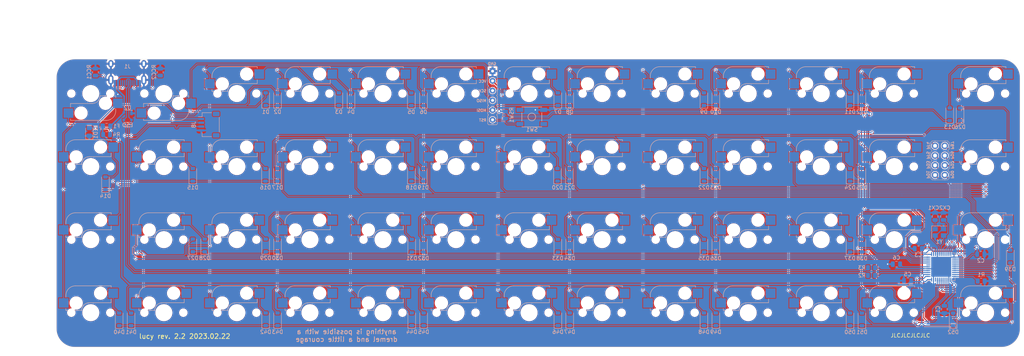
<source format=kicad_pcb>
(kicad_pcb (version 20221018) (generator pcbnew)
  (layers (0 "F.Cu" signal) (31 "B.Cu" signal) (34 "B.Paste" user) (35 "F.Paste" user) (36 "B.SilkS" user "B.Silkscreen") (37 "F.SilkS" user "F.Silkscreen") (38 "B.Mask" user) (39 "F.Mask" user) (44 "Edge.Cuts" user))
  (net 0 "")
  (net 1 "VCC")
  (net 2 "XTAL1")
  (net 3 "XTAL2")
  (net 4 "row1")
  (net 5 "row2")
  (net 6 "row3")
  (net 7 "D-")
  (net 8 "D+")
  (net 9 "col0")
  (net 10 "col3")
  (net 11 "col4")
  (net 12 "col5")
  (net 13 "col6")
  (net 14 "col7")
  (net 15 "col8")
  (net 16 "col9")
  (net 17 "col10")
  (net 18 "col11")
  (net 19 "Net-(J1-CC1)")
  (net 20 "VBUS")
  (net 22 "Net-(J1-CC2)")
  (net 23 "ISP_Reset")
  (net 24 "col12")
  (net 25 "GND")
  (net 27 "DBUS-")
  (net 28 "DBUS+")
  (net 29 "Net-(U3-UCAP)")
  (net 30 "Net-(D1-A)")
  (net 31 "Net-(D2-A)")
  (net 32 "Net-(D3-A)")
  (net 33 "Net-(D4-A)")
  (net 34 "Net-(LED1-A)")
  (net 35 "Net-(D5-A)")
  (net 36 "Net-(D6-A)")
  (net 37 "Net-(D7-A)")
  (net 38 "Net-(D8-A)")
  (net 39 "col2{slash}miso")
  (net 40 "row0{slash}mosi")
  (net 41 "col1{slash}sck")
  (net 42 "Net-(D9-A)")
  (net 43 "Net-(D10-A)")
  (net 44 "Net-(D11-A)")
  (net 45 "Net-(D12-A)")
  (net 46 "Net-(D13-A)")
  (net 47 "Net-(D14-A)")
  (net 48 "Net-(D15-A)")
  (net 49 "Net-(D16-A)")
  (net 50 "Net-(D17-A)")
  (net 51 "Net-(D18-A)")
  (net 52 "Net-(D19-A)")
  (net 53 "Net-(D20-A)")
  (net 54 "Net-(D21-A)")
  (net 55 "Net-(D22-A)")
  (net 56 "Net-(D23-A)")
  (net 57 "Net-(D24-A)")
  (net 58 "Net-(D25-A)")
  (net 59 "Net-(D26-A)")
  (net 60 "Net-(D27-A)")
  (net 61 "Net-(D28-A)")
  (net 62 "Net-(D29-A)")
  (net 63 "Net-(D30-A)")
  (net 64 "Net-(D31-A)")
  (net 65 "Net-(D32-A)")
  (net 66 "Net-(D33-A)")
  (net 67 "Net-(D34-A)")
  (net 68 "Net-(D35-A)")
  (net 69 "Net-(D36-A)")
  (net 70 "Net-(D37-A)")
  (net 71 "Net-(D38-A)")
  (net 72 "Net-(D39-A)")
  (net 73 "Net-(D40-A)")
  (net 74 "Net-(D41-A)")
  (net 75 "Net-(D42-A)")
  (net 76 "Net-(D43-A)")
  (net 77 "Net-(D44-A)")
  (net 78 "Net-(D45-A)")
  (net 79 "Net-(D46-A)")
  (net 80 "Net-(D47-A)")
  (net 81 "Net-(D48-A)")
  (net 82 "Net-(D49-A)")
  (net 83 "Net-(D50-A)")
  (net 84 "Net-(D51-A)")
  (net 85 "Net-(D52-A)")
  (net 86 "extra6")
  (net 87 "extra7")
  (net 90 "Net-(U3-~{HWB}{slash}PE2)")
  (net 92 "extra8")
  (net 93 "extra1")
  (net 94 "extra2")
  (net 95 "extra3")
  (net 96 "extra4")
  (net 97 "extra5")
  (footprint "MX_Only:MXOnly-1U-Hotswap" (layer "F.Cu") (at 124.990225 53.19395)
    (fp_text reference "MX3")
    (fp_text value "MX-NoLED")
  )
  (footprint "MX_Only:MXOnly-1U-Hotswap" (layer "F.Cu") (at 201.190225 53.19395)
    (fp_text reference "MX7")
    (fp_text value "MX-NoLED")
  )
  (footprint "MX_Only:MXOnly-1U-Hotswap" (layer "F.Cu") (at 182.140225 53.19395)
    (fp_text reference "MX6")
    (fp_text value "MX-NoLED")
  )
  (footprint "MX_Only:MXOnly-1U-Hotswap" (layer "F.Cu") (at 163.090225 53.19395)
    (fp_text reference "MX5")
    (fp_text value "MX-NoLED")
  )
  (footprint "MX_Only:MXOnly-1U-Hotswap" (layer "F.Cu") (at 86.890225 53.19395 180)
    (fp_text reference "MX1")
    (fp_text value "MX-NoLED")
  )
  (footprint "MX_Only:MXOnly-1U-Hotswap" (layer "F.Cu") (at 220.240225 53.19395)
    (fp_text reference "MX8")
    (fp_text value "MX-NoLED")
  )
  (footprint "MX_Only:MXOnly-1U-Hotswap" (layer "F.Cu") (at 239.290225 53.19395)
    (fp_text reference "MX9")
    (fp_text value "MX-NoLED")
  )
  (footprint "MX_Only:MXOnly-1U-Hotswap" (layer "F.Cu") (at 86.890225 72.24395)
    (fp_text reference "MX14")
    (fp_text value "MX-NoLED")
  )
  (footprint "MX_Only:MXOnly-1U-Hotswap" (layer "F.Cu") (at 105.940225 72.24395)
    (fp_text reference "MX15")
    (fp_text value "MX-NoLED")
  )
  (footprint "MX_Only:MXOnly-1U-Hotswap" (layer "F.Cu") (at 144.045399 72.24395)
    (fp_text reference "MX17")
    (fp_text value "MX-NoLED")
  )
  (footprint "MX_Only:MXOnly-1U-Hotswap" (layer "F.Cu") (at 277.390225 53.19395)
    (fp_text reference locked "MX11")
    (fp_text value "MX-NoLED")
  )
  (footprint "MX_Only:MXOnly-1U-Hotswap" (layer "F.Cu") (at 163.090225 72.24395)
    (fp_text reference "MX18")
    (fp_text value "MX-NoLED")
  )
  (footprint "MX_Only:MXOnly-1U-Hotswap" (layer "F.Cu") (at 182.140225 72.24395)
    (fp_text reference "MX19")
    (fp_text value "MX-NoLED")
  )
  (footprint "MX_Only:MXOnly-1U-Hotswap" (layer "F.Cu") (at 201.190225 72.24395)
    (fp_text reference "MX20")
    (fp_text value "MX-NoLED")
  )
  (footprint "MX_Only:MXOnly-1U-Hotswap" (layer "F.Cu") (at 105.940225 110.34395)
    (fp_text reference "MX41")
    (fp_text value "MX-NoLED")
  )
  (footprint "MX_Only:MXOnly-1U-Hotswap" (layer "F.Cu") (at 124.990225 110.34395)
    (fp_text reference "MX42")
    (fp_text value "MX-NoLED")
  )
  (footprint "MX_Only:MXOnly-1U-Hotswap" (layer "F.Cu") (at 144.040225 110.34395)
    (fp_text reference locked "MX43")
    (fp_text value "MX-NoLED")
  )
  (footprint "MX_Only:MXOnly-1U-Hotswap" (layer "F.Cu") (at 163.090225 110.34395)
    (fp_text reference locked "MX44")
    (fp_text value "MX-NoLED")
  )
  (footprint "MX_Only:MXOnly-1U-Hotswap" (layer "F.Cu") (at 182.140225 110.34395)
    (fp_text reference "MX45")
    (fp_text value "MX-NoLED")
  )
  (footprint "MX_Only:MXOnly-1U-Hotswap" (layer "F.Cu") (at 220.240225 110.34395)
    (fp_text reference "MX47")
    (fp_text value "MX-NoLED")
  )
  (footprint "MX_Only:MXOnly-1U-Hotswap" (layer "F.Cu") (at 239.290225 110.34395)
    (fp_text reference "MX48")
    (fp_text value "MX-NoLED")
  )
  (footprint "MX_Only:MXOnly-1U-Hotswap" (layer "F.Cu") (at 258.340225 110.34395)
    (fp_text reference "MX49")
    (fp_text value "MX-NoLED")
  )
  (footprint "MX_Only:MXOnly-1U-Hotswap" (layer "F.Cu") (at 277.390225 110.34395)
    (fp_text reference "MX50")
    (fp_text value "MX-NoLED")
  )
  (footprint "MX_Only:MXOnly-1U-Hotswap" (layer "F.Cu") (at 201.190225 110.34395)
    (fp_text reference "MX46")
    (fp_text value "MX-NoLED")
  )
  (footprint "MX_Only:MXOnly-1U-Hotswap" (layer "F.Cu") (at 277.390225 91.29395)
    (fp_text reference locked "MX37")
    (fp_text value "MX-NoLED")
  )
  (footprint "MX_Only:MXOnly-1U-Hotswap" (layer "F.Cu") (at 258.340225 91.29395)
    (fp_text reference "MX36")
    (fp_text value "MX-NoLED")
  )
  (footprint "MX_Only:MXOnly-1U-Hotswap" (layer "F.Cu") (at 220.240225 91.29395)
    (fp_text reference "MX34")
    (fp_text value "MX-NoLED")
  )
  (footprint "MX_Only:MXOnly-1U-Hotswap" (layer "F.Cu") (at 182.140225 91.29395)
    (fp_text reference "MX32")
    (fp_text value "MX-NoLED")
  )
  (footprint "MX_Only:MXOnly-1U-Hotswap" (layer "F.Cu") (at 144.040225 91.29395)
    (fp_text reference "MX30")
    (fp_text value "MX-NoLED")
  )
  (footprint "MX_Only:MXOnly-1U-Hotswap" (layer "F.Cu") (at 86.890225 91.29395)
    (fp_text reference "MX27")
    (fp_text value "MX-NoLED")
  )
  (footprint "MX_Only:MXOnly-1U-Hotswap" (layer "F.Cu") (at 163.090225 91.29395)
    (fp_text reference "MX31")
    (fp_text value "MX-NoLED")
  )
  (footprint "MX_Only:MXOnly-1U-Hotswap" (layer "F.Cu") (at 296.440225 72.24395)
    (fp_text reference "MX25")
    (fp_text value "MX-NoLED")
  )
  (footprint "MX_Only:MXOnly-1U-Hotswap" (layer "F.Cu") (at 124.990225 91.29395)
    (fp_text reference "MX29")
    (fp_text value "MX-NoLED")
  )
  (footprint "MX_Only:MXOnly-1U-Hotswap" (layer "F.Cu") (at 105.940225 91.29395)
    (fp_text reference "MX28")
    (fp_text value "MX-NoLED")
  )
  (footprint "MX_Only:MXOnly-1U-Hotswap" (layer "F.Cu") (at 258.340225 72.24395)
    (fp_text reference locked "MX23")
    (fp_text value "MX-NoLED")
  )
  (footprint "MX_Only:MXOnly-1U-Hotswap" (layer "F.Cu") (at 239.290225 72.24395)
    (fp_text reference "MX22")
    (fp_text value "MX-NoLED")
  )
  (footprint "MX_Only:MXOnly-1U-Hotswap" (layer "F.Cu") (at 277.390225 72.24395)
    (fp_text reference "MX24")
    (fp_text value "MX-NoLED")
  )
  (footprint "MX_Only:MXOnly-1U-Hotswap" (layer "F.Cu") (at 296.440225 110.34395)
    (fp_text reference "MX51")
    (fp_text value "MX-NoLED")
  )
  (footprint "MX_Only:MXOnly-1U-Hotswap" (layer "F.Cu") (at 296.440225 91.29395)
    (fp_text reference "MX38")
    (fp_text value "MX-NoLED")
  )
  (footprint "MX_Only:MXOnly-1U-Hotswap" (layer "F.Cu") (at 296.440225 53.19395)
    (fp_text reference "MX12")
    (fp_text value "MX-NoLED")
  )
  (footprint "MX_Only:MXOnly-1U-Hotswap" (layer "F.Cu") (at 105.940225 53.19395 180)
    (fp_text reference "MX2")
    (fp_text value "MX-NoLED")
  )
  (footprint "MX_Only:MXOnly-1U-Hotswap" (layer "F.Cu") (at 144.040225 53.19395)
    (fp_text reference "MX4")
    (fp_text value "MX-NoLED")
  )
  (footprint "MX_Only:MXOnly-1U-Hotswap" (layer "F.Cu") (at 320.252785 110.34423)
    (fp_text reference "MX52")
    (fp_text value "MX-NoLED")
  )
  (footprint "MX_Only:MXOnly-1U-Hotswap" (layer "F.Cu") (at 320.252785 91.29415)
    (fp_text reference "MX39")
    (fp_text value "MX-NoLED")
  )
  (footprint "MX_Only:MXOnly-1U-Hotswap" (layer "F.Cu") (at 201.190225 91.29395)
    (fp_text reference "MX33")
    (fp_text value "MX-NoLED")
  )
  (footprint "MX_Only:MXOnly-1U-Hotswap" (layer "F.Cu") (at 239.290225 91.29395)
    (fp_text reference "MX35")
    (fp_text value "MX-NoLED")
  )
  (footprint "MX_Only:MXOnly-1U-Hotswap" (layer "F.Cu") (at 86.890225 110.34395)
    (fp_text reference "MX40")
    (fp_text value "MX-NoLED")
  )
  (footprint "MX_Only:MXOnly-1U-Hotswap" (layer "F.Cu") (at 258.340225 53.19395)
    (fp_text reference "MX10")
    (fp_text value "MX-NoLED")
  )
  (footprint "MX_Only:MXOnly-1U-Hotswap" (layer "F.Cu") (at 124.990225 72.24395)
    (fp_text reference "MX16")
    (fp_text value "MX-NoLED")
  )
  (footprint "MX_Only:MXOnly-1U-Hotswap" (layer "F.Cu") (at 220.240225 72.24395)
    (fp_text reference "MX21")
    (fp_text value "MX-NoLED")
  )
  (footprint "MX_Only:MXOnly-1U-Hotswap" (layer "F.Cu") (at 320.252725 53.19395)
    (fp_text reference "MX13")
    (fp_text value "MX-NoLED")
  )
  (footprint "MX_Only:MXOnly-1U-Hotswap" (layer "F.Cu") (at 320.252921 72.243966)
    (fp_text reference "MX26")
    (fp_text value "MX-NoLED")
  )
  (footprint "Capacitor_SMD:C_0805_2012Metric" (layer "B.Cu") (at 309.490225 109.49395 -90)
    (fp_text reference "C1")
    (fp_text value ".1uF")
  )
  (footprint "Diode_SMD:D_SOD-123" (layer "B.Cu") (at 116.590225 92.79395 90)
    (fp_text reference "D28")
    (fp_text value "D_Small")
  )
  (footprint "Diode_SMD:D_SOD-123" (layer "B.Cu") (at 208.590225 74.39395 90)
    (fp_text reference "D20")
    (fp_text value "D_Small")
  )
  (footprint "Diode_SMD:D_SOD-123" (layer "B.Cu") (at 170.490225 74.39395 90)
    (fp_text reference "D18")
    (fp_text value "D_Small")
  )
  (footprint "Diode_SMD:D_SOD-123" (layer "B.Cu") (at 135.581415 74.39395 90)
    (fp_text reference "D17")
    (fp_text value "D_Small")
  )
  (footprint "Diode_SMD:D_SOD-123" (layer "B.Cu") (at 113.490225 74.39395 90)
    (fp_text reference "D15")
    (fp_text value "D_Small")
  )
  (footprint "Diode_SMD:D_SOD-123" (layer "B.Cu") (at 284.890625 54.65625 90)
    (fp_text reference "D11")
    (fp_text value "D_Small")
  )
  (footprint "Diode_SMD:D_SOD-123" (layer "B.Cu") (at 249.881415 54.65625 90)
    (fp_text reference "D10")
    (fp_text value "D_Small")
  )
  (footprint "Diode_SMD:D_SOD-123" (layer "B.Cu") (at 211.781415 54.65625 90)
    (fp_text reference "D8")
    (fp_text value "D_Small")
  )
  (footprint "Diode_SMD:D_SOD-123" (layer "B.Cu") (at 208.681415 54.65625 90)
    (fp_text reference "D7")
    (fp_text value "D_Small")
  )
  (footprint "Diode_SMD:D_SOD-123" (layer "B.Cu") (at 173.651789 54.683377 90)
    (fp_text reference "D6")
    (fp_text value "D_Small")
  )
  (footprint "Diode_SMD:D_SOD-123" (layer "B.Cu") (at 170.476789 54.683377 90)
    (fp_text reference "D5")
    (fp_text value "D_Small")
  )
  (footprint "Diode_SMD:D_SOD-123" (layer "B.Cu") (at 154.751789 54.65625 90)
    (fp_text reference "D4")
    (fp_text value "D_Small")
  )
  (footprint "Diode_SMD:D_SOD-123" (layer "B.Cu") (at 287.990625 112.1 90)
    (fp_text reference "D51")
    (fp_text value "D_Small")
  )
  (footprint "Diode_SMD:D_SOD-123" (layer "B.Cu") (at 284.890625 112.1 90)
    (fp_text reference "D50")
    (fp_text value "D_Small")
  )
  (footprint "Diode_SMD:D_SOD-123" (layer "B.Cu") (at 249.890625 112.063123 90)
    (fp_text reference "D49")
    (fp_text value "D_Small")
  )
  (footprint "Diode_SMD:D_SOD-123" (layer "B.Cu") (at 246.790625 112.05625 90)
    (fp_text reference "D48")
    (fp_text value "D_Small")
  )
  (footprint "Diode_SMD:D_SOD-123" (layer "B.Cu") (at 211.783999 112.05625 90)
    (fp_text reference "D47")
    (fp_text value "D_Small")
  )
  (footprint "Diode_SMD:D_SOD-123" (layer "B.Cu") (at 208.7 112.05625 90)
    (fp_text reference "D46")
    (fp_text value "D_Small")
  )
  (footprint "Diode_SMD:D_SOD-123" (layer "B.Cu") (at 211.790625 92.85625 90)
    (fp_text reference "D34")
    (fp_text value "D_Small")
  )
  (footprint "Diode_SMD:D_SOD-123" (layer "B.Cu") (at 284.890625 74.39395 90)
    (fp_text reference "D24")
    (fp_text value "D_Small")
  )
  (footprint "Diode_SMD:D_SOD-123" (layer "B.Cu") (at 208.690625 92.85625 90)
    (fp_text reference "D33")
    (fp_text value "D_Small")
  )
  (footprint "Diode_SMD:D_SOD-123" (layer "B.Cu") (at 170.585999 92.85625 90)
    (fp_text reference "D31")
    (fp_text value "D_Small")
  )
  (footprint "Diode_SMD:D_SOD-123" (layer "B.Cu") (at 132.490225 92.79395 90)
    (fp_text reference "D29")
    (fp_text value "D_Small")
  )
  (footprint "Diode_SMD:D_SOD-123" (layer "B.Cu") (at 287.990625 74.39395 90)
    (fp_text reference "D25")
    (fp_text value "D_Small")
  )
  (footprint "Diode_SMD:D_SOD-123" (layer "B.Cu") (at 284.890625 92.85625 90)
    (fp_text reference "D37")
    (fp_text value "D_Small")
  )
  (footprint "Diode_SMD:D_SOD-123" (layer "B.Cu") (at 249.890625 92.85625 90)
    (fp_text reference "D36")
    (fp_text value "D_Small")
  )
  (footprint "Diode_SMD:D_SOD-123" (layer "B.Cu") (at 246.790625 92.85625 90)
    (fp_text reference "D35")
    (fp_text value "D_Small")
  )
  (footprint "Diode_SMD:D_SOD-123" (layer "B.Cu") (at 173.690625 112.05625 90)
    (fp_text reference "D45")
    (fp_text value "D_Small")
  )
  (footprint "Diode_SMD:D_SOD-123" (layer "B.Cu") (at 151.576789 54.65625 90)
    (fp_text reference "D3")
    (fp_text value "D_Small")
  )
  (footprint "Diode_SMD:D_SOD-123" (layer "B.Cu") (at 211.690225 74.39395 90)
    (fp_text reference "D21")
    (fp_text value "D_Small")
  )
  (footprint "acheron_Connectors:PinHeader_1x6_P2.54mm_Vertical" (layer "B.Cu") (at 191.665313 53.695 180)
    (fp_text reference "J2" hide)
    (fp_text value "AVR-ISP-6_mod" hide)
  )
  (footprint "Diode_SMD:D_SOD-123" (layer "B.Cu") (at 287.990625 54.65625 90)
    (fp_text reference "D12")
    (fp_text value "D_Small")
  )
  (footprint "Diode_SMD:D_SOD-123" (layer "B.Cu") (at 311.790625 112.1 90)
    (fp_text reference "D52")
    (fp_text value "D_Small")
  )
  (footprint "Diode_SMD:D_SOD-123" (layer "B.Cu") (at 313.590225 58.59395 90)
    (fp_text reference "D26")
    (fp_text value "D_Small")
  )
  (footprint "Diode_SMD:D_SOD-123" (layer "B.Cu") (at 326.690225 95.69395 90)
    (fp_text reference "D39")
    (fp_text value "D_Small")
  )
  (footprint "random-keyboard-parts:SKQG-1155865" (layer "B.Cu") (at 201.9 59.29395)
    (fp_text reference "SW1")
    (fp_text value "SW_PUSH")
  )
  (footprint "Capacitor_SMD:C_0805_2012Metric" (layer "B.Cu") (at 302.690225 93.675 180)
    (fp_text reference "C3")
    (fp_text value ".1uF")
  )
  (footprint "Capacitor_SMD:C_0805_2012Metric" (layer "B.Cu") (at 309.275 85.225 90)
    (fp_text reference "CX2")
    (fp_text value "22pF")
  )
  (footprint "Capacitor_SMD:C_0805_2012Metric" (layer "B.Cu") (at 307.075 85.225 90)
    (fp_text reference "CX1")
    (fp_text value "22pF")
  )
  (footprint "Crystal:Crystal_SMD_3225-4Pin_3.2x2.5mm" (layer "B.Cu") (at 308.175 89.375)
    (fp_text reference "Y1")
    (fp_text value "16MHz")
  )
  (footprint "Fuse:Fuse_0805_2012Metric_Pad1.15x1.40mm_HandSolder" (layer "B.Cu") (at 91 61.7)
    (fp_text reference "F1")
    (fp_text value ".5A")
  )
  (footprint "acheron_Connectors:TYPE-C-31-M-12" (layer "B.Cu") (at 96.415217 51.1225)
    (fp_text reference "J1")
    (fp_text value "TYPE-C-31-M12_13")
  )
  (footprint "Resistor_SMD:R_0805_2012Metric" (layer "B.Cu") (at 290.475 98.625 180)
    (fp_text reference "R3")
    (fp_text value "22")
  )
  (footprint "Resistor_SMD:R_0805_2012Metric" (layer "B.Cu") (at 88.1 47.6 -90)
    (fp_text reference "RCC1")
    (fp_text value "5.1k")
  )
  (footprint "Resistor_SMD:R_0805_2012Metric" (layer "B.Cu") (at 91 63.9 180)
    (fp_text reference "R4")
    (fp_text value "1k")
  )
  (footprint "LED_SMD:LED_0805_2012Metric_Pad1.15x1.40mm_HandSolder" (layer "B.Cu") (at 86.5 63.2 90)
    (fp_text reference "LED1")
    (fp_text value "LED")
  )
  (footprint "Diode_SMD:D_SOD-123" (layer "B.Cu") (at 135.590625 112.05625 90)
    (fp_text reference "D43")
    (fp_text value "D_Small")
  )
  (footprint "Diode_SMD:D_SOD-123" (layer "B.Cu") (at 132.490625 112.063123 90)
    (fp_text reference "D42")
    (fp_text value "D_Small")
  )
  (footprint "Capacitor_SMD:C_0805_2012Metric" (layer "B.Cu") (at 318.990225 95.09395)
    (fp_text reference "C2")
    (fp_text value ".1uF")
  )
  (footprint "Resistor_SMD:R_0805_2012Metric" (layer "B.Cu") (at 290.475 100.625 180)
    (fp_text reference "R2")
    (fp_text value "22")
  )
  (footprint "Capacitor_SMD:C_0805_2012Metric" (layer "B.Cu") (at 299.9 102 180)
    (fp_text reference "C5")
    (fp_text value "10uF")
  )
  (footprint "Capacitor_SMD:C_0805_2012Metric" (layer "B.Cu") (at 296.990225 97.69395 180)
    (fp_text reference "C6")
    (fp_text value "1uF")
  )
  (footprint "Resistor_SMD:R_0805_2012Metric" (layer "B.Cu") (at 319.090225 102.09395 180)
    (fp_text reference "R1")
    (fp_text value "10k")
  )
  (footprint "Diode_SMD:D_SOD-123" (layer "B.Cu") (at 90.7 76.6 90)
    (fp_text reference "D14")
    (fp_text value "D_Small")
  )
  (footprint "Diode_SMD:D_SOD-123" (layer "B.Cu") (at 94.290225 112.09395 90)
    (fp_text reference "D40")
    (fp_text value "D_Small")
  )
  (footprint "Diode_SMD:D_SOD-123" (layer "B.Cu") (at 97.390225 112.09395 90)
    (fp_text reference "D41")
    (fp_text value "D_Small")
  )
  (footprint "Diode_SMD:D_SOD-123" (layer "B.Cu") (at 170.590625 112.05625 90)
    (fp_text reference "D44")
    (fp_text value "D_Small")
  )
  (footprint "Diode_SMD:D_SOD-123" (layer "B.Cu") (at 135.590225 92.79395 90)
    (fp_text reference "D30")
    (fp_text value "D_Small")
  )
  (footprint "Diode_SMD:D_SOD-123" (layer "B.Cu") (at 173.65 92.85625 90)
    (fp_text reference "D32")
    (fp_text value "D_Small")
  )
  (footprint "Diode_SMD:D_SOD-123" (layer "B.Cu") (at 287.990625 92.85625 90)
    (fp_text reference "D38")
    (fp_text value "D_Small")
  )
  (footprint "Diode_SMD:D_SOD-123" (layer "B.Cu") (at 113.490225 92.79395 90)
    (fp_text reference "D27")
    (fp_text value "D_Small")
  )
  (footprint "Diode_SMD:D_SOD-123" (layer "B.Cu") (at 135.581415 54.65625 90)
    (fp_text reference "D2")
    (fp_text value "D_Small")
  )
  (footprint "Diode_SMD:D_SOD-123" (layer "B.Cu") (at 310.890225 58.59395 90)
    (fp_text reference "D13")
    (fp_text value "D_Small")
  )
  (footprint "Diode_SMD:D_SOD-123" (layer "B.Cu") (at 246.781415 54.65625 90)
    (fp_text reference "D9")
    (fp_text value "D_Small")
  )
  (footprint "Diode_SMD:D_SOD-123" (layer "B.Cu") (at 132.490625 54.64995 90)
    (fp_text reference "D1")
    (fp_text value "D_Small")
  )
  (footprint "Resistor_SMD:R_0805_2012Metric" (layer "B.Cu") (at 194.990225 58.79395 90)
    (fp_text reference "RSW1")
    (fp_text value "10k")
  )
  (footprint "Diode_SMD:D_SOD-123" (layer "B.Cu") (at 249.881415 74.39395 90)
    (fp_text reference "D23")
    (fp_text value "D_Small")
  )
  (footprint "Diode_SMD:D_SOD-123" (layer "B.Cu") (at 246.781415 74.39395 90)
    (fp_text reference "D22")
    (fp_text value "D_Small")
  )
  (footprint "Diode_SMD:D_SOD-123" (layer "B.Cu") (at 173.590225 74.39395 90)
    (fp_text reference "D19")
    (fp_text value "D_Small")
  )
  (footprint "Diode_SMD:D_SOD-123" (layer "B.Cu") (at 132.431415 74.39395 90)
    (fp_text reference "D16")
    (fp_text value "D_Small")
  )
  (footprint "Resistor_SMD:R_0805_2012Metric" (layer "B.Cu") (at 105 47.6 -90)
    (fp_text reference "RCC2")
    (fp_text value "5.1k")
  )
  (footprint "Package_TO_SOT_SMD:SOT-143" (layer "B.Cu") (at 96.490625 59.1 180)
    (fp_text reference "U2")
    (fp_text value "PRTR5V0U2X")
  )
  (footprint "Package_DFN_QFN:QFN-44-1EP_7x7mm_P0.5mm_EP5.2x5.2mm" (layer "B.Cu") (at 308.6625 98.375)
    (fp_text reference "U3")
    (fp_text value "ATmega32U4-M")
  )
  (footprint "Connector_PinHeader_2.54mm:PinHeader_2x04_P2.54mm_Vertical" (layer "B.Cu") (at 309.6 66.825 180)
    (fp_text reference "J3")
    (fp_text value "Conn_01x08")
  )
  (footprint "Connector_JST:JST_SH_SM04B-SRSS-TB_1x04-1MP_P1.00mm_Horizontal" (layer "B.Cu") (at 117.7 61.3 -90)
    (fp_text reference "J8")
    (fp_text value "4PIN")
  )
  (gr_arc (start 324.420112 44.264255) (mid 327.787711 45.65916) (end 329.182616 49.026759) (stroke (width 0.05)) (layer "Edge.Cuts"))
  (gr_arc (start 329.182616 114.511189) (mid 327.787711 117.878788) (end 324.420112 119.273693) (stroke (width 0.05)) (layer "Edge.Cuts"))
  (gr_arc (start 77.96053 49.026759) (mid 79.355435 45.65916) (end 82.723034 44.264255) (stroke (width 0.05)) (layer "Edge.Cuts"))
  (gr_line (start 329.182616 49.026759) (end 329.182616 114.511189) (stroke (width 0.05)) (layer "Edge.Cuts"))
  (gr_arc (start 82.723034 119.273693) (mid 79.355435 117.878788) (end 77.96053 114.511189) (stroke (width 0.05)) (layer "Edge.Cuts"))
  (gr_line (start 82.723034 119.273693) (end 324.420112 119.273693) (stroke (width 0.05)) (layer "Edge.Cuts"))
  (gr_line (start 324.420112 44.264255) (end 82.723034 44.264255) (stroke (width 0.05)) (layer "Edge.Cuts"))
  (gr_line (start 77.96053 114.511189) (end 77.96053 49.026759) (stroke (width 0.05)) (layer "Edge.Cuts"))
  (gr_text "anything is possible with a\ndremel and a little courage" (at 153.590225 116.29395) (layer "B.SilkS") (effects (font (size 1.25 1.25) (thickness 0.2)) (justify mirror)))
  (gr_text "JLCJLCJLCJLC" (at 300.632625 116.284314) (layer "F.SilkS") (effects (font (size 1 1))))
  (gr_text "lucy rev. 2.2 2023.02.22" (at 111.38288 116.5) (layer "F.SilkS") (effects (font (size 1.25 1.25) (thickness 0.2))))
  (segment (start 303.725 94.190225) (end 305.065225 92.85) (width 0.4) (layer "F.Cu") (net 1))
  (segment (start 301.027658 82.822342) (end 301.016151 82.833849) (width 0.4) (layer "F.Cu") (net 1))
  (segment (start 290.383849 82.833849) (end 289.700225 82.150225) (width 0.4) (layer "F.Cu") (net 1))
  (segment (start 301.027658 82.822342) (end 304.990225 86.78491) (width 0.4) (layer "F.Cu") (net 1))
  (segment (start 289.700225 81.975) (end 289.700225 59.049775) (width 0.4) (layer "F.Cu") (net 1))
  (segment (start 303.725 102.25) (end 304.625 103.15) (width 0.4) (layer "F.Cu") (net 1))
  (segment (start 304.725 103.15) (end 312.025 103.15) (width 0.4) (layer "F.Cu") (net 1))
  (segment (start 316.4 93.325) (end 315.45 94.275) (width 0.4) (layer "F.Cu") (net 1))
  (segment (start 315.45 94.275) (end 306.490225 94.275) (width 0.4) (layer "F.Cu") (net 1))
  (segment (start 304.990225 86.78491) (end 304.990225 92.775) (width 0.4) (layer "F.Cu") (net 1))
  (segment (start 94.1 62.2) (end 94.1 65.252297) (width 0.4) (layer "F.Cu") (net 1))
  (segment (start 317.9 93.325) (end 316.4 93.325) (width 0.4) (layer "F.Cu") (net 1))
  (segment (start 193.390225 51.609912) (end 193.390225 57.775) (width 0.4) (layer "F.Cu") (net 1))
  (segment (start 94.1 65.252297) (end 94.052297 65.3) (width 0.4) (layer "F.Cu") (net 1))
  (segment (start 94.7 61.6) (end 94.1 62.2) (width 0.4) (layer "F.Cu") (net 1))
  (segment (start 306.490225 94.275) (end 305.065225 92.85) (width 0.4) (layer "F.Cu") (net 1))
  (segment (start 289.700225 82.150225) (end 289.700225 81.975) (width 0.4) (layer "F.Cu") (net 1))
  (segment (start 191.665313 49.885) (end 193.390225 51.609912) (width 0.4) (layer "F.Cu") (net 1))
  (segment (start 290.383849 82.833849) (end 301.016151 82.833849) (width 0.4) (layer "F.Cu") (net 1))
  (segment (start 100.7 60.5) (end 99.6 61.6) (width 0.4) (layer "F.Cu") (net 1))
  (segment (start 108.2 59.8) (end 107.5 60.5) (width 0.4) (layer "F.Cu") (net 1))
  (segment (start 303.725 102.25) (end 303.725 94.190225) (width 0.4) (layer "F.Cu") (net 1))
  (segment (start 304.625 103.15) (end 304.725 103.15) (width 0.4) (layer "F.Cu") (net 1))
  (segment (start 289.700225 59.049775) (end 290.225 58.525) (width 0.4) (layer "F.Cu") (net 1))
  (segment (start 107.5 60.5) (end 100.7 60.5) (width 0.4) (layer "F.Cu") (net 1))
  (segment (start 99.6 61.6) (end 94.7 61.6) (width 0.4) (layer "F.Cu") (net 1))
  (segment (start 304.990225 92.775) (end 305.065225 92.85) (width 0.4) (layer "F.Cu") (net 1))
  (via (at 290.225 58.525) (size 0.9) (drill 0.5) (layers "F.Cu" "B.Cu") (net 1))
  (via (at 305.065225 92.85) (size 0.9) (drill 0.5) (layers "F.Cu" "B.Cu") (net 1))
  (via (at 312.025 103.15) (size 0.9) (drill 0.5) (layers "F.Cu" "B.Cu") (net 1))
  (via (at 108.2 59.8) (size 0.9) (drill 0.5) (layers "F.Cu" "B.Cu") (net 1))
  (via (at 317.9 93.325) (size 0.9) (drill 0.5) (layers "F.Cu" "B.Cu") (net 1))
  (via (at 303.725 102.25) (size 0.9) (drill 0.5) (layers "F.Cu" "B.Cu") (net 1))
  (via (at 193.390225 57.775) (size 0.9) (drill 0.5) (layers "F.Cu" "B.Cu") (net 1))
  (via (at 94.052297 65.3) (size 0.9) (drill 0.5) (layers "F.Cu" "B.Cu") (net 1))
  (via (at 303.725 100.5795) (size 0.9) (drill 0.5) (layers "F.Cu" "B.Cu") (net 1))
  (segment (start 207.125 57.95) (end 206 59.075) (width 0.4) (layer "B.Cu") (net 1))
  (segment (start 306.1625 101.7125) (end 305.1125 101.7125) (width 0.25) (layer "B.Cu") (net 1))
  (segment (start 318.040225 93.465225) (end 317.9 93.325) (width 0.4) (layer "B.Cu") (net 1))
  (segment (start 94.990225 100.990225) (end 96.934909 102.934909) (width 0.4) (layer "B.Cu") (net 1))
  (segment (start 316.78105 95.09395) (end 315.5 96.375) (width 0.25) (layer "B.Cu") (net 1))
  (segment (start 309.490225 107.809775) (end 312.025 105.275) (width 0.4) (layer "B.Cu") (net 1))
  (segment (start 312 96.375) (end 315.5 96.375) (width 0.25) (layer "B.Cu") (net 1))
  (segment (start 303.875 93.675) (end 306.8875 93.675) (width 0.25) (layer "B.Cu") (net 1))
  (segment (start 305.065225 92.85) (end 304.465225 92.85) (width 0.4) (layer "B.Cu") (net 1))
  (segment (start 309.490225 108.54395) (end 309.490225 107.809775) (width 0.4) (layer "B.Cu") (net 1))
  (segment (start 193.390225 57.775) (end 194.883775 57.775) (width 0.4) (layer "B.Cu") (net 1))
  (segment (start 311.1625 101.7125) (end 311.1625 102.2875) (width 0.25) (layer "B.Cu") (net 1))
  (segment (start 115.7 59.8) (end 108.2 59.8) (width 0.4) (layer "B.Cu") (net 1))
  (segment (start 194.883775 57.775) (end 194.990225 57.88145) (width 0.4) (layer "B.Cu") (net 1))
  (segment (start 299.75 103.1) (end 297.285571 103.1) (width 0.4) (layer "B.Cu") (net 1))
  (segment (start 89.975 63.875) (end 90 63.9) (width 0.4) (layer "B.Cu") (net 1))
  (segment (start 303.725 102.25) (end 304.575 102.25) (width 0.25) (layer "B.Cu") (net 1))
  (segment (start 297.285571 103.1) (end 297.12048 102.934909) (width 0.4) (layer "B.Cu") (net 1))
  (segment (start 89.975 61.7) (end 89.975 63.875) (width 0.4) (layer "B.Cu") (net 1))
  (segment (start 303.9295 100.375) (end 303.725 100.5795) (width 0.25) (layer "B.Cu") (net 1))
  (segment (start 312.025 105.275) (end 312.025 103.15) (width 0.4) (layer "B.Cu") (net 1))
  (segment (start 206 59.075) (end 196.183775 59.075) (width 0.4) (layer "B.Cu") (net 1))
  (segment (start 94.052297 65.3) (end 94.990225 66.237928) (width 0.4) (layer "B.Cu") (net 1))
  (segment (start 318.040225 95.09395) (end 318.040225 93.465225) (width 0.4) (layer "B.Cu") (net 1))
  (segment (start 304.575 102.25) (end 305.1125 101.7125) (width 0.25) (layer "B.Cu") (net 1))
  (segment (start 94.990225 66.237928) (end 94.990225 100.990225) (width 0.4) (layer "B.Cu") (net 1))
  (segment (start 304.465225 92.85) (end 303.640225 93.675) (width 0.4) (layer "B.Cu") (net 1))
  (segment (start 289.65 57.95) (end 207.125 57.95) (width 0.4) (layer "B.Cu") (net 1))
  (segment (start 90 63.9) (end 91.4 65.3) (width 0.4) (layer "B.Cu") (net 1))
  (segment (start 311.1625 102.2875) (end 312.025 103.15) (width 0.25) (layer "B.Cu") (net 1))
  (segment (start 290.225 58.525) (end 289.65 57.95) (width 0.4) (layer "B.Cu") (net 1))
  (segment (start 91.4 65.3) (end 94.052297 65.3) (width 0.4) (layer "B.Cu") (net 1))
  (segment (start 300.85 102.25) (end 303.725 102.25) (width 0.4) (layer "B.Cu") (net 1))
  (segment (start 300.85 102) (end 299.75 103.1) (width 0.4) (layer "B.Cu") (net 1))
  (segment (start 306.8875 93.675) (end 307.1625 93.95) (width 0.25) (layer "B.Cu") (net 1))
  (segment (start 318.040225 95.09395) (end 316.78105 95.09395) (width 0.25) (layer "B.Cu") (net 1))
  (segment (start 196.183775 59.075) (end 194.990225 57.88145) (width 0.4) (layer "B.Cu") (net 1))
  (segment (start 96.934909 102.934909) (end 297.12048 102.934909) (width 0.4) (layer "B.Cu") (net 1))
  (segment (start 305.325 100.375) (end 303.9295 100.375) (width 0.25) (layer "B.Cu") (net 1))
  (segment (start 307.1625 93.95) (end 307.1625 95.0375) (width 0.25) (layer "B.Cu") (net 1))
  (segment (start 310.375 89.6) (end 310.375 87.275) (width 0.25) (layer "B.Cu") (net 2))
  (segment (start 309.275 90.225) (end 309.75 90.225) (width 0.25) (layer "B.Cu") (net 2))
  (segment (start 309.275 92.4125) (end 308.6625 93.025) (width 0.25) (layer "B.Cu") (net 2))
  (segment (start 309.75 90.225) (end 310.375 89.6) (width 0.25) (layer "B.Cu") (net 2))
  (segment (start 309.275 90.225) (end 309.275 92.4125) (width 0.25) (layer "B.Cu") (net 2))
  (segment (start 308.6625 95.0375) (end 308.6625 93.025) (width 0.25) (layer "B.Cu") (net 2))
  (segment (start 310.375 87.275) (end 309.275 86.175) (width 0.25) (layer "B.Cu") (net 2))
  (segment (start 307.075 88.525) (end 306.1 89.5) (width 0.25) (layer "B.Cu") (net 3))
  (segment (start 306.1 90.975) (end 308.1625 93.0375) (width 0.25) (layer "B.Cu") (net 3))
  (segment (start 307.075 86.175) (end 307.075 88.525) (width 0.25) (layer "B.Cu") (net 3))
  (segment (start 308.1625 93.0375) (end 308.1625 95.0375) (width 0.25) (layer "B.Cu") (net 3))
  (segment (start 306.1 89.5) (end 306.1 90.975) (width 0.25) (layer "B.Cu") (net 3))
  (segment (start 326.963266 80.173041) (end 326.963266 89.535639) (width 0.25) (layer "F.Cu") (net 4))
  (segment (start 326.963266 80.173041) (end 326.963069 80.173041) (width 0.25) (layer "F.Cu") (net 4))
  (segment (start 326.850738 113.85299) (end 302.529712 113.85299) (width 0.25) (layer "F.Cu") (net 4))
  (segment (start 98 76.1) (end 92.7 76.1) (width 0.25) (layer "F.Cu") (net 4))
  (segment (start 302.529712 113.85299) (end 301.540225 112.863503) (width 0.25) (layer "F.Cu") (net 4))
  (segment (start 324.700225 95.107402) (end 324.700225 99.600225) (width 0.25) (layer "F.Cu") (net 4))
  (segment (start 301.540225 112.863503) (end 301.540225 112.69395) (width 0.25) (layer "F.Cu") (net 4))
  (segment (start 327.345225 92.462402) (end 324.700225 95.107402) (width 0.25) (layer "F.Cu") (net 4))
  (segment (start 327.345225 89.917598) (end 327.345225 92.462402) (width 0.25) (layer "F.Cu") (net 4))
  (segment (start 324.700225 99.600225) (end 327.720866 102.620866) (width 0.25) (layer "F.Cu") (net 4))
  (segment (start 326.963266 89.535639) (end 327.345225 89.917598) (width 0.25) (layer "F.Cu") (net 4))
  (segment (start 327.720866 102.620866) (end 327.720866 112.982862) (width 0.25) (layer "F.Cu") (net 4))
  (segment (start 327.720866 112.982862) (end 326.850738 113.85299) (width 0.25) (layer "F.Cu") (net 4))
  (segment (start 323.772028 76.982) (end 326.963069 80.173041) (width 0.25) (layer "F.Cu") (net 4))
  (segment (start 323.772028 76.982) (end 320.375 76.982) (width 0.25) (layer "F.Cu") (net 4))
  (via (at 98 76.1) (size 0.65) (drill 0.35) (layers "F.Cu" "B.Cu") (net 4))
  (via (at 320.375 76.982) (size 0.65) (drill 0.35) (layers "F.Cu" "B.Cu") (net 4))
  (via (at 301.540225 112.69395) (size 0.65) (drill 0.35) (layers "F.Cu" "B.Cu") (net 4))
  (via (at 92.7 76.1) (size 0.65) (drill 0.35) (layers "F.Cu" "B.Cu") (net 4))
  (segment (start 248.090225 74.25276) (end 249.881415 76.04395) (width 0.25) (layer "B.Cu") (net 4))
  (segment (start 307.515 103.447599) (end 307.515 106.084886) (width 0.25) (layer "B.Cu") (net 4))
  (segment (start 288.900625 76.95395) (end 287.990625 76.04395) (width 0.25) (layer "B.Cu") (net 4))
  (segment (start 248.090225 64.99395) (end 248.090225 74.25276) (width 0.25) (layer "B.Cu") (net 4))
  (segment (start 303.210705 111.02347) (end 301.540225 112.69395) (width 0.25) (layer "B.Cu") (net 4))
  (segment (start 171.690225 64.84395) (end 171.690225 74.14395) (width 0.25) (layer "B.Cu") (net 4))
  (segment (start 92.05 78.25) (end 92.7 77.6) (width 0.25) (layer "B.Cu") (net 4))
  (segment (start 303.210705 110.389181) (end 303.210705 111.02347) (width 0.25) (layer "B.Cu") (net 4))
  (segment (start 113.490225 76.04395) (end 135.581415 76.04395) (width 0.25) (layer "B.Cu") (net 4))
  (segment (start 248.090225 64.99395) (end 247.190225 64.09395) (width 0.25) (layer "B.Cu") (net 4))
  (segment (start 316.3 76.95395) (end 288.900625 76.95395) (width 0.25) (layer "B.Cu") (net 4))
  (segment (start 307.6625 103.300098) (end 307.515 103.447599) (width 0.25) (layer "B.Cu") (net 4))
  (segment (start 286.2 74.253325) (end 287.990625 76.04395) (width 0.25) (layer "B.Cu") (net 4))
  (segment (start 210.090225 64.897516) (end 210.090225 74.44395) (width 0.25) (layer "B.Cu") (net 4))
  (segment (start 90.7 78.25) (end 92.05 78.25) (width 0.25) (layer "B.Cu") (net 4))
  (segment (start 285.19395 64.09395) (end 286.2 65.1) (width 0.25) (layer "B.Cu") (net 4))
  (segment (start 92.7 77.6) (end 92.7 76.1) (width 0.25) (layer "B.Cu") (net 4))
  (segment (start 248.990225 64.09395) (end 248.090225 64.99395) (width 0.25) (layer "B.Cu") (net 4))
  (segment (start 249.881415 76.04395) (end 246.781415 76.04395) (width 0.25) (layer "B.Cu") (net 4))
  (segment (start 134.490225 74.95276) (end 134.490225 65.738475) (width 0.25) (layer "B.Cu") (net 4))
  (segment (start 287.990625 76.04395) (end 284.890625 76.04395) (width 0.25) (layer "B.Cu") (net 4))
  (segment (start 135.581415 76.04395) (end 134.490225 74.95276) (width 0.25) (layer "B.Cu") (net 4))
  (segment (start 170.490225 76.04395) (end 173.590225 76.04395) (width 0.25) (layer "B.Cu") (net 4))
  (segment (start 136.13475 64.09395) (end 170.940225 64.09395) (width 0.25) (layer "B.Cu") (net 4))
  (segment (start 304.090225 64.09395) (end 305.890225 62.29395) (width 0.25) (layer "B.Cu") (net 4))
  (segment (start 171.665225 64.81895) (end 171.690225 64.84395) (width 0.25) (layer "B.Cu") (net 4))
  (segment (start 286.2 65.1) (end 287.20605 64.09395) (width 0.25) (layer "B.Cu") (net 4))
  (segment (start 311.540225 62.29395) (end 313.590225 60.24395) (width 0.25) (layer "B.Cu") (net 4))
  (segment (start 113.490225 76.04395) (end 98.140225 76.04395) (width 0.25) (layer "B.Cu") (net 4))
  (segment (start 247.190225 64.09395) (end 210.893791 64.09395) (width 0.25) (layer "B.Cu") (net 4))
  (segment (start 98.140225 76.04395) (end 98.05605 76.04395) (width 0.25) (layer "B.Cu") (net 4))
  (segment (start 210.090225 74.44395) (end 211.690225 76.04395) (width 0.25) (layer "B.Cu") (net 4))
  (segment (start 316.32805 76.982) (end 316.3 76.95395) (width 0.25) (layer "B.Cu") (net 4))
  (segment (start 134.490225 65.738475) (end 136.13475 64.09395) (width 0.25) (layer "B.Cu") (net 4))
  (segment (start 286.2 65.1) (end 286.2 74.253325) (width 0.25) (layer "B.Cu") (net 4))
  (segment (start 171.690225 74.14395) (end 173.590225 76.04395) (width 0.25) (layer "B.Cu") (net 4))
  (segment (start 210.893791 64.09395) (end 210.090225 64.897516) (width 0.25) (layer "B.Cu") (net 4))
  (segment (start 208.890225 76.04395) (end 211.990225 76.04395) (width 0.25) (layer "B.Cu") (net 4))
  (segment (start 320.375 76.982) (end 316.32805 76.982) (width 0.25) (layer "B.Cu") (net 4))
  (segment (start 209.28666 64.09395) (end 172.390225 64.09395) (width 0.25) (layer "B.Cu") (net 4))
  (segment (start 248.990225 64.09395) (end 285.19395 64.09395) (width 0.25) (layer "B.Cu") (net 4))
  (segment (start 172.390225 64.09395) (end 171.665225 64.81895) (width 0.25) (layer "B.Cu") (net 4))
  (segment (start 170.940225 64.09395) (end 171.665225 64.81895) (width 0.25) (layer "B.Cu") (net 4))
  (segment (start 307.515 106.084886) (end 303.210705 110.389181) (width 0.25) (layer "B.Cu") (net 4))
  (segment (start 287.20605 64.09395) (end 304.090225 64.09395) (width 0.25) (layer "B.Cu") (net 4))
  (segment (start 210.090225 64.897516) (end 209.28666 64.09395) (width 0.25) (layer "B.Cu") (net 4))
  (segment (start 98.05605 76.04395) (end 98 76.1) (width 0.25) (layer "B.Cu") (net 4))
  (segment (start 307.6625 101.7125) (end 307.6625 103.300098) (width 0.25) (layer "B.Cu") (net 4))
  (segment (start 305.890225 62.29395) (end 311.540225 62.29395) (width 0.25) (layer "B.Cu") (net 4))
  (segment (start 304.090225 104.965225) (end 304.090225 111.652009) (width 0.25) (layer "F.Cu") (net 5))
  (segment (start 291.990225 96.84395) (end 291.990225 102.59395) (width 0.25) (layer "F.Cu") (net 5))
  (segment (start 291.990225 102.59395) (end 292.490225 103.09395) (width 0.25) (layer "F.Cu") (net 5))
  (segment (start 289.640225 94.49395) (end 291.990225 96.84395) (width 0.25) (layer "F.Cu") (net 5))
  (segment (start 327.090225 112.79395) (end 326.410705 113.47347) (width 0.25) (layer "F.Cu") (net 5))
  (segment (start 302.21895 103.09395) (end 304.090225 104.965225) (width 0.25) (layer "F.Cu") (net 5))
  (segment (start 302.21895 103.09395) (end 302.21895 101.65605) (width 0.25) (layer "F.Cu") (net 5))
  (segment (start 292.490225 103.09395) (end 302.21895 103.09395) (width 0.25) (layer "F.Cu") (net 5))
  (segment (start 302.21895 101.65605) (end 302.4 101.475) (width 0.25) (layer "F.Cu") (net 5))
  (segment (start 326.410705 113.47347) (end 305.911686 113.47347) (width 0.25) (layer "F.Cu") (net 5))
  (segment (start 305.911686 113.47347) (end 304.090225 111.652009) (width 0.25) (layer "F.Cu") (net 5))
  (via (at 289.640225 94.49395) (size 0.65) (drill 0.35) (layers "F.Cu" "B.Cu") (net 5))
  (via (at 327.090225 112.79395) (size 0.65) (drill 0.35) (layers "F.Cu" "B.Cu") (net 5))
  (via (at 302.4 101.475) (size 0.65) (drill 0.35) (layers "F.Cu" "B.Cu") (net 5))
  (segment (start 211.790625 94.50625) (end 208.690625 94.50625) (width 0.25) (layer "B.Cu") (net 5))
  (segment (start 246.790625 94.50625) (end 246.232445 95.06443) (width 0.25) (layer "B.Cu") (net 5))
  (segment (start 250.448805 95.06443) (end 249.890625 94.50625) (width 0.25) (layer "B.Cu") (net 5))
  (segment (start 327.090225 112.79395) (end 327.090225 107.89395) (width 0.25) (layer "B.Cu") (net 5))
  (segment (start 170.027819 95.06443) (end 136.210705 95.06443) (width 0.25) (layer "B.Cu") (net 5))
  (segment (start 212.348805 95.06443) (end 211.790625 94.50625) (width 0.25) (layer "B.Cu") (net 5))
  (segment (start 131.869745 95.06443) (end 117.210705 95.06443) (width 0.25) (layer "B.Cu") (net 5))
  (segment (start 284.890625 94.50625) (end 284.332445 95.06443) (width 0.25) (layer "B.Cu") (net 5))
  (segment (start 304.05 101.475) (end 302.4 101.475) (width 0.25) (layer "B.Cu") (net 5))
  (segment (start 304.65 100.875) (end 304.05 101.475) (width 0.25) (layer "B.Cu") (net 5))
  (segment (start 116.590225 94.44395) (end 113.490225 94.44395) (width 0.25) (layer "B.Cu") (net 5))
  (segment (start 284.332445 95.06443) (end 250.448805 95.06443) (width 0.25) (layer "B.Cu") (net 5))
  (segment (start 246.232445 95.06443) (end 212.348805 95.06443) (width 0.25) (layer "B.Cu") (net 5))
  (segment (start 135.590225 94.44395) (end 132.490225 94.44395) (width 0.25) (layer "B.Cu") (net 5))
  (segment (start 289.627925 94.50625) (end 289.640225 94.49395) (width 0.25) (layer "B.Cu") (net 5))
  (segment (start 327.090225 107.89395) (end 327.890225 107.09395) (width 0.25) (layer "B.Cu") (net 5))
  (segment (start 208.690625 94.50625) (end 208.132445 95.06443) (width 0.25) (layer "B.Cu") (net 5))
  (segment (start 170.585999 94.50625) (end 170.027819 95.06443) (width 0.25) (layer "B.Cu") (net 5))
  (segment (start 136.210705 95.06443) (end 135.590225 94.44395) (width 0.25) (layer "B.Cu") (net 5))
  (segment (start 284.890625 94.50625) (end 287.990625 94.50625) (width 0.25) (layer "B.Cu") (net 5))
  (segment (start 117.210705 95.06443) (end 116.590225 94.44395) (width 0.25) (layer "B.Cu") (net 5))
  (segment (start 287.990625 94.50625) (end 289.627925 94.50625) (width 0.25) (layer "B.Cu") (net 5))
  (segment (start 249.890625 94.50625) (end 246.790625 94.50625) (width 0.25) (layer "B.Cu") (net 5))
  (segment (start 327.890225 107.09395) (end 327.890225 103.19395) (width 0.25) (layer "B.Cu") (net 5))
  (segment (start 327.890225 103.19395) (end 326.690225 101.99395) (width 0.25) (layer "B.Cu") (net 5))
  (segment (start 132.490225 94.44395) (end 131.869745 95.06443) (width 0.25) (layer "B.Cu") (net 5))
  (segment (start 173.65 94.50625) (end 174.20818 95.06443) (width 0.25) (layer "B.Cu") (net 5))
  (segment (start 170.585999 94.50625) (end 173.65 94.50625) (width 0.25) (layer "B.Cu") (net 5))
  (segment (start 326.690225 101.99395) (end 326.690225 97.34395) (width 0.25) (layer "B.Cu") (net 5))
  (segment (start 305.325 100.875) (end 304.65 100.875) (width 0.25) (layer "B.Cu") (net 5))
  (segment (start 208.132445 95.06443) (end 174.20818 95.06443) (width 0.25) (layer "B.Cu") (net 5))
  (segment (start 308.1625 101.7125) (end 308.1625 103.3375) (width 0.25) (layer "B.Cu") (net 6))
  (segment (start 307.895 103.605) (end 307.895 106.242288) (width 0.25) (layer "B.Cu") (net 6))
  (segment (start 303.590225 113.00605) (end 302.846275 113.75) (width 0.25) (layer "B.Cu") (net 6))
  (segment (start 135.590625 113.70625) (end 173.690625 113.70625) (width 0.25) (layer "B.Cu") (net 6))
  (segment (start 135.583752 113.713123) (end 135.590625 113.70625) (width 0.25) (layer "B.Cu") (net 6))
  (segment (start 304.334175 113.75) (end 304.434175 113.75) (width 0.25) (layer "B.Cu") (net 6))
  (segment (start 303.590225 113.00605) (end 304.334175 113.75) (width 0.25) (layer "B.Cu") (net 6))
  (segment (start 287.990625 113.75) (end 302.846275 113.75) (width 0.25) (layer "B.Cu") (net 6))
  (segment (start 303.590225 110.547062) (end 303.590225 113.00605) (width 0.25) (layer "B.Cu") (net 6))
  (segment (start 132.490625 113.713123) (end 135.583752 113.713123) (width 0.25) (layer "B.Cu") (net 6))
  (segment (start 304.434175 113.75) (end 311.790625 113.75) (width 0.25) (layer "B.Cu") (net 6))
  (segment (start 249.890625 113.713123) (end 287.953748 113.713123) (width 0.25) (layer "B.Cu") (net 6))
  (segment (start 173.690625 113.70625) (end 211.783999 113.70625) (width 0.25) (layer "B.Cu") (net 6))
  (segment (start 307.895 106.242288) (end 303.590225 110.547062) (width 0.25) (layer "B.Cu") (net 6))
  (segment (start 308.1625 103.3375) (end 307.895 103.605) (width 0.25) (layer "B.Cu") (net 6))
  (segment (start 211.783999 113.70625) (end 249.883752 113.70625) (width 0.25) (layer "B.Cu") (net 6))
  (segment (start 249.883752 113.70625) (end 249.890625 113.713123) (width 0.25) (layer "B.Cu") (net 6))
  (segment (start 287.953748 113.713123) (end 287.990625 113.75) (width 0.25) (layer "B.Cu") (net 6))
  (segment (start 132.490625 113.713123) (end 94.321052 113.713123) (width 0.25) (layer "B.Cu") (net 6))
  (segment (start 94.321052 113.713123) (end 94.290225 113.74395) (width 0.25) (layer "B.Cu") (net 6))
  (segment (start 292.9 99.875) (end 305.325 99.875) (width 0.25) (layer "B.Cu") (net 7))
  (segment (start 291.3875 100.625) (end 292.15 100.625) (width 0.25) (layer "B.Cu") (net 7))
  (segment (start 292.15 100.625) (end 292.9 99.875) (width 0.25) (layer "B.Cu") (net 7))
  (segment (start 292.1 98.625) (end 292.85 99.375) (width 0.25) (layer "B.Cu") (net 8))
  (segment (start 291.3875 98.625) (end 292.1 98.625) (width 0.25) (layer "B.Cu") (net 8))
  (segment (start 292.85 99.375) (end 305.325 99.375) (width 0.25) (layer "B.Cu") (net 8))
  (segment (start 79.805225 78.194775) (end 93.705225 78.194775) (width 0.25) (layer "F.Cu") (net 9))
  (segment (start 97.781639 77.118361) (end 98.14096 77.477682) (width 0.25) (layer "F.Cu") (net 9))
  (segment (start 93.705225 78.194775) (end 94.781639 77.118361) (width 0.25) (layer "F.Cu") (net 9))
  (segment (start 98.14096 77.477682) (end 98.14096 95.74096) (width 0.25) (layer "F.Cu") (net 9))
  (segment (start 98.14096 95.74096) (end 98.6 96.2) (width 0.25) (layer "F.Cu") (net 9))
  (segment (start 94.781639 77.118361) (end 97.781639 77.118361) (width 0.25) (layer "F.Cu") (net 9))
  (via (at 98.6 96.2) (size 0.65) (drill 0.35) (layers "F.Cu" "B.Cu") (net 9))
  (via (at 79.805225 78.194775) (size 0.65) (drill 0.35) (layers "F.Cu" "B.Cu") (net 9))
  (segment (start 299.575 96.20299) (end 98.566685 96.20299) (width 0.25) (layer "B.Cu") (net 9))
  (segment (start 79.805225 88.75395) (end 79.805225 107.80395) (width 0.25) (layer "B.Cu") (net 9))
  (segment (start 300.74701 97.375) (end 299.575 96.20299) (width 0.25) (layer "B.Cu") (net 9))
  (segment (start 89.309175 60.4) (end 83 60.4) (width 0.25) (layer "B.Cu") (net 9))
  (segment (start 79.805225 63.594775) (end 79.805225 69.70395) (width 0.25) (layer "B.Cu") (net 9))
  (segment (start 83 60.4) (end 79.805225 63.594775) (width 0.25) (layer "B.Cu") (net 9))
  (segment (start 79.805225 69.70395) (end 79.805225 78.194775) (width 0.25) (layer "B.Cu") (net 9))
  (segment (start 79.805225 78.194775) (end 79.805225 88.75395) (width 0.25) (layer "B.Cu") (net 9))
  (segment (start 98.566685 96.20299) (end 98.59701 96.20299) (width 0.25) (layer "B.Cu") (net 9))
  (segment (start 305.325 97.375) (end 300.74701 97.375) (width 0.25) (layer "B.Cu") (net 9))
  (segment (start 98.59701 96.20299) (end 98.6 96.2) (width 0.25) (layer "B.Cu") (net 9))
  (segment (start 93.975225 55.73395) (end 89.309175 60.4) (width 0.25) (layer "B.Cu") (net 9))
  (segment (start 135.490625 104.45625) (end 135.490625 85.25625) (width 0.25) (layer "F.Cu") (net 10))
  (segment (start 136.990225 67.59395) (end 135.490625 69.09355) (width 0.25) (layer "F.Cu") (net 10))
  (segment (start 135.490625 69.09355) (end 135.490625 85.25625) (width 0.25) (layer "F.Cu") (net 10))
  (segment (start 136.990225 67.59395) (end 135.490625 66.09435) (width 0.25) (layer "F.Cu") (net 10))
  (segment (start 135.490625 47.05625) (end 135.490625 66.09435) (width 0.25) (layer "F.Cu") (net 10))
  (via (at 135.490625 47.05625) (size 0.65) (drill 0.35) (layers "F.Cu" "B.Cu") (net 10))
  (via (at 135.490625 85.25625) (size 0.65) (drill 0.35) (layers "F.Cu" "B.Cu") (net 10))
  (via (at 135.490625 104.45625) (size 0.65) (drill 0.35) (layers "F.Cu" "B.Cu") (net 10))
  (via (at 136.990225 67.59395) (size 0.65) (drill 0.35) (layers "F.Cu" "B.Cu") (net 10))
  (segment (start 322.690225 96.098902) (end 322.690225 90.29395) (width 0.25) (layer "B.Cu") (net 10))
  (segment (start 138.310705 80.01443) (end 136.960399 78.664124) (width 0.25) (layer "B.Cu") (net 10))
  (segment (start 135.490625 104.45625) (end 136.955225 105.92085) (width 0.25) (layer "B.Cu") (net 10))
  (segment (start 136.955225 105.92085) (end 136.955225 107.80395) (width 0.25) (layer "B.Cu") (net 10))
  (segment (start 321.914127 96.875) (end 322.690225 96.098902) (width 0.25) (layer "B.Cu") (net 10))
  (segment (start 136.955225 50.65395) (end 136.955225 48.52085) (width 0.25) (layer "B.Cu") (net 10))
  (segment (start 322.690225 90.29395) (end 316.690225 84.29395) (width 0.25) (layer "B.Cu") (net 10))
  (segment (start 136.960399 78.664124) (end 136.960399 69.70395) (width 0.25) (layer "B.Cu") (net 10))
  (segment (start 315.029655 80.01443) (end 138.310705 80.01443) (width 0.25) (layer "B.Cu") (net 10))
  (segment (start 136.955225 48.52085) (end 135.490625 47.05625) (width 0.25) (layer "B.Cu") (net 10))
  (segment (start 316.690225 84.29395) (end 316.690225 81.675) (width 0.25) (layer "B.Cu") (net 10))
  (segment (start 135.490625 85.25625) (end 136.955225 86.72085) (width 0.25) (layer "B.Cu") (net 10))
  (segment (start 136.955225 86.72085) (end 136.955225 88.75395) (width 0.25) (layer "B.Cu") (net 10))
  (segment (start 316.690225 81.675) (end 315.029655 80.01443) (width 0.25) (layer "B.Cu") (net 10))
  (segment (start 136.960399 69.70395) (end 136.960399 67.564124) (width 0.25) (layer "B.Cu") (net 10))
  (segment (start 312 96.875) (end 321.914127 96.875) (width 0.25) (layer "B.Cu") (net 10))
  (segment (start 136.960399 67.564124) (end 136.990225 67.59395) (width 0.25) (layer "B.Cu") (net 10))
  (segment (start 154.590625 65.49355) (end 154.590625 47.05625) (width 0.25) (layer "F.Cu") (net 11))
  (segment (start 154.590625 85.25625) (end 154.590625 65.49355) (width 0.25) (layer "F.Cu") (net 11))
  (segment (start 154.590625 104.45625) (end 154.590625 85.25625) (width 0.25) (layer "F.Cu") (net 11))
  (via (at 154.590625 104.45625) (size 0.65) (drill 0.35) (layers "F.Cu" "B.Cu") (net 11))
  (via (at 154.590625 47.05625) (size 0.65) (drill 0.35) (layers "F.Cu" "B.Cu") (net 11))
  (via (at 154.590625 85.25625) (size 0.65) (drill 0.35) (layers "F.Cu" "B.Cu") (net 11))
  (via (at 154.590625 65.49355) (size 0.65) (drill 0.35) (layers "F.Cu" "B.Cu") (net 11))
  (segment (start 298.413023 79.63443) (end 315.187057 79.63443) (width 0.25) (layer "B.Cu") (net 11))
  (segment (start 156.005225 66.90815) (end 154.590625 65.49355) (width 0.25) (layer "B.Cu") (net 11))
  (segment (start 156.005225 77.84991) (end 157.790225 79.63491) (width 0.25) (layer "B.Cu") (net 11))
  (segment (start 321.951529 97.375) (end 323.069745 96.256784) (width 0.25) (layer "B.Cu") (net 11))
  (segment (start 312 97.375) (end 321.951529 97.375) (width 0.25) (layer "B.Cu") (net 11))
  (segment (start 156.005225 105.87085) (end 156.005225 107.80395) (width 0.25) (layer "B.Cu") (net 11))
  (segment (start 315.187057 79.63443) (end 317.069745 81.517118) (width 0.25) (layer "B.Cu") (net 11))
  (segment (start 156.005225 69.70395) (end 156.005225 77.84991) (width 0.25) (layer "B.Cu") (net 11))
  (segment (start 156.005225 69.70395) (end 156.005225 66.90815) (width 0.25) (layer "B.Cu") (net 11))
  (segment (start 154.590625 104.45625) (end 156.005225 105.87085) (width 0.25) (layer "B.Cu") (net 11))
  (segment (start 156.005225 50.65395) (end 156.005225 48.47085) (width 0.25) (layer "B.Cu") (net 11))
  (segment (start 323.069745 90.136748) (end 317.069745 84.136748) (width 0.25) (layer "B.Cu") (net 11))
  (segment (start 156.005225 88.75395) (end 156.005225 86.67085) (width 0.25) (layer "B.Cu") (net 11))
  (segment (start 156.005225 86.67085) (end 154.590625 85.25625) (width 0.25) (layer "B.Cu") (net 11))
  (segment (start 317.069745 84.136748) (end 317.069745 81.517118) (width 0.25) (layer "B.Cu") (net 11))
  (segment (start 298.412543 79.63491) (end 298.413023 79.63443) (width 0.25) (layer "B.Cu") (net 11))
  (segment (start 323.069745 96.256784) (end 323.069745 90.136748) (width 0.25) (layer "B.Cu") (net 11))
  (segment (start 156.005225 48.47085) (end 154.590625 47.05625) (width 0.25) (layer "B.Cu") (net 11))
  (segment (start 157.790225 79.63491) (end 298.412543 79.63491) (width 0.25) (layer "B.Cu") (net 11))
  (segment (start 173.690625 66.24435) (end 173.690625 85.25625) (width 0.25) (layer "F.Cu") (net 12))
  (segment (start 173.690625 85.25625) (end 173.690625 104.45625) (width 0.25) (layer "F.Cu") (net 12))
  (segment (start 173.690625 66.24435) (end 173.690625 47.05625) (width 0.25) (layer "F.Cu") (net 12))
  (via (at 173.690625 66.24435) (size 0.65) (drill 0.35) (layers "F.Cu" "B.Cu") (net 12))
  (via (at 173.690625 85.25625) (size 0.65) (drill 0.35) (layers "F.Cu" "B.Cu") (net 12))
  (via (at 173.690625 104.45625) (size 0.65) (drill 0.35) (layers "F.Cu" "B.Cu") (net 12))
  (via (at 173.690625 47.05625) (size 0.65) (drill 0.35) (layers "F.Cu" "B.Cu") (net 12))
  (segment (start 323.449265 96.414666) (end 323.449265 89.979546) (width 0.25) (layer "B.Cu") (net 12))
  (segment (start 317.449265 83.979546) (end 317.449265 81.359236) (width 0.25) (layer "B.Cu") (net 12))
  (segment (start 175.055225 105.82085) (end 175.055225 107.80395) (width 0.25) (layer "B.Cu") (net 12))
  (segment (start 173.690625 104.45625) (end 175.055225 105.82085) (width 0.25) (layer "B.Cu") (net 12))
  (segment (start 175.055225 77.75895) (end 175.055225 69.70395) (width 0.25) (layer "B.Cu") (net 12))
  (segment (start 323.449265 89.979546) (end 317.449265 83.979546) (width 0.25) (layer "B.Cu") (net 12))
  (segment (start 175.055225 88.75395) (end 175.055225 86.62085) (width 0.25) (layer "B.Cu") (net 12))
  (segment (start 176.551665 79.25539) (end 175.055225 77.75895) (width 0.25) (layer "B.Cu") (net 12))
  (segment (start 321.988931 97.875) (end 323.449265 96.414666) (width 0.25) (layer "B.Cu") (net 12))
  (segment (start 312 97.875) (end 321.988931 97.875) (width 0.25) (layer "B.Cu") (net 12))
  (segment (start 175.055225 69.70395) (end 175.055225 67.60895) (width 0.25) (layer "B.Cu") (net 12))
  (segment (start 175.055225 48.42085) (end 175.055225 50.65395) (width 0.25) (layer "B.Cu") (net 12))
  (segment (start 298.255341 79.25539) (end 176.551665 79.25539) (width 0.25) (layer "B.Cu") (net 12))
  (segment (start 315.344459 79.25443) (end 298.255622 79.25443) (width 0.25) (layer "B.Cu") (net 12))
  (segment (start 175.055225 67.60895) (end 173.690625 66.24435) (width 0.25) (layer "B.Cu") (net 12))
  (segment (start 317.449265 81.359236) (end 315.344459 79.25443) (width 0.25) (layer "B.Cu") (net 12))
  (segment (start 175.055225 86.62085) (end 173.690625 85.25625) (width 0.25) (layer "B.Cu") (net 12))
  (segment (start 173.690625 47.05625) (end 175.055225 48.42085) (width 0.25) (layer "B.Cu") (net 12))
  (segment (start 323.98 79.88) (end 324.05 79.95) (width 0.25) (layer "F.Cu") (net 13))
  (segment (start 193.090225 104.39395) (end 193.090225 85.19395) (width 0.25) (layer "F.Cu") (net 13))
  (segment (start 193.099994 67.203719) (end 193.099994 78.903719) (width 0.25) (layer "F.Cu") (net 13))
  (segment (start 194.385705 64.58943) (end 194.385705 53.88943) (width 0.25) (layer "F.Cu") (net 13))
  (segment (start 319.8005 79.88) (end 323.98 79.88) (width 0.25) (layer "F.Cu") (net 13))
  (segment (start 194.385705 53.88943) (end 194.090225 53.59395) (width 0.25) (layer "F.Cu") (net 13))
  (segment (start 193.099994 67.203719) (end 193.099994 65.875141) (width 0.25) (layer "F.Cu") (net 13))
  (segment (start 193.099994 65.875141) (end 194.385705 64.58943) (width 0.25) (layer "F.Cu") (net 13))
  (segment (start 325.064226 80.964226) (end 325.064226 87.919949) (width 0.25) (layer "F.Cu") (net 13))
  (segment (start 193.090225 85.19395) (end 193.090225 78.913488) (width 0.25) (layer "F.Cu") (net 13))
  (segment (start 193.090225 78.913488) (end 193.099994 78.903719) (width 0.25) (layer "F.Cu") (net 13))
  (segment (start 325.064226 87.919949) (end 322.790225 90.19395) (width 0.25) (layer "F.Cu") (net 13))
  (segment (start 319.8 79.8795) (end 319.8005 79.88) (width 0.25) (layer "F.Cu") (net 13))
  (segment (start 324.05 79.95) (end 325.064226 80.964226) (width 0.25) (layer "F.Cu") (net 13))
  (segment (start 322.790225 90.19395) (end 322.790225 97.89395) (width 0.25) (layer "F.Cu") (net 13))
  (segment (start 322.790225 97.89395) (end 322.590225 98.09395) (width 0.25) (layer "F.Cu") (net 13))
  (via (at 322.590225 98.09395) (size 0.65) (drill 0.35) (layers "F.Cu" "B.Cu") (net 13))
  (via (at 193.099994 67.203719) (size 0.65) (drill 0.35) (layers "F.Cu" "B.Cu") (net 13))
  (via (at 319.8 79.8795) (size 0.65) (drill 0.35) (layers "F.Cu" "B.Cu") (net 13))
  (via (at 193.090225 85.19395) (size 0.65) (drill 0.35) (layers "F.Cu" "B.Cu") (net 13))
  (via (at 194.090225 53.59395) (size 0.65) (drill 0.35) (layers "F.Cu" "B.Cu") (net 13))
  (via (at 193.090225 104.39395) (size 0.65) (drill 0.35) (layers "F.Cu" "B.Cu") (net 13))
  (segment (start 195.190225 78.87587) (end 298.096781 78.87587) (width 0.25) (layer "B.Cu") (net 13))
  (segment (start 195.190225 78.87587) (end 194.105225 77.79087) (width 0.25) (layer "B.Cu") (net 13))
  (segment (start 194.105225 105.40895) (end 194.105225 107.80395) (width 0.25) (layer "B.Cu") (net 13))
  (segment (start 322.309175 98.375) (end 322.590225 98.09395) (width 0.25) (layer "B.Cu") (net 13))
  (segment (start 315.50186 78.87443) (end 316.50693 79.8795) (width 0.25) (layer "B.Cu") (net 13))
  (segment (start 319.8 79.8795) (end 316.50693 79.8795) (width 0.25) (layer "B.Cu") (net 13))
  (segment (start 194.105225 69.70395) (end 194.105225 68.20895) (width 0.25) (layer "B.Cu") (net 13))
  (segment (start 312 98.375) (end 322.309175 98.375) (width 0.25) (layer "B.Cu") (net 13))
  (segment (start 194.105225 68.20895) (end 193.099994 67.203719) (width 0.25) (layer "B.Cu") (net 13))
  (segment (start 194.105225 77.79087) (end 194.105225 69.70395) (width 0.25) (layer "B.Cu") (net 13))
  (segment (start 194.105225 86.20895) (end 193.090225 85.19395) (width 0.25) (layer "B.Cu") (net 13))
  (segment (start 315.50186 78.87443) (end 298.098221 78.87443) (width 0.25) (layer "B.Cu") (net 13))
  (segment (start 298.098221 78.87443) (end 298.096781 78.87587) (width 0.25) (layer "B.Cu") (net 13))
  (segment (start 194.105225 105.40895) (end 193.090225 104.39395) (width 0.25) (layer "B.Cu") (net 13))
  (segment (start 194.105225 50.65395) (end 194.105225 53.57895) (width 0.25) (layer "B.Cu") (net 13))
  (segment (start 194.105225 53.57895) (end 194.090225 53.59395) (width 0.25) (layer "B.Cu") (net 13))
  (segment (start 194.105225 88.75395) (end 194.105225 86.20895) (width 0.25) (layer "B.Cu") (net 13))
  (segment (start 320.4 79.3) (end 323.936722 79.3) (width 0.25) (layer "F.Cu") (net 14))
  (segment (start 325.443746 88.077151) (end 323.169745 90.351152) (width 0.25) (layer "F.Cu") (net 14))
  (segment (start 323.169745 90.351152) (end 323.169745 98.333983) (width 0.25) (layer "F.Cu") (net 14))
  (segment (start 324.005861 79.369139) (end 325.443746 80.807024) (width 0.25) (layer "F.Cu") (net 14))
  (segment (start 211.790625 46.95625) (end 211.790625 65.99435) (width 0.25) (layer "F.Cu") (net 14))
  (segment (start 325.443746 80.807024) (end 325.443746 88.077151) (width 0.25) (layer "F.Cu") (net 14))
  (segment (start 323.936722 79.3) (end 324.005861 79.369139) (width 0.25) (layer "F.Cu") (net 14))
  (segment (start 211.790625 65.99435) (end 211.790625 85.25625) (width 0.25) (layer "F.Cu") (net 14))
  (segment (start 322.609778 98.89395) (end 322.590225 98.89395) (width 0.25) (layer "F.Cu") (net 14))
  (segment (start 211.790625 104.45625) (end 211.790625 85.25625) (width 0.25) (layer "F.Cu") (net 14))
  (segment (start 323.169745 98.333983) (end 322.609778 98.89395) (width 0.25) (layer "F.Cu") (net 14))
  (via (at 211.790625 104.45625) (size 0.65) (drill 0.35) (layers "F.Cu" "B.Cu") (net 14))
  (via (at 320.4 79.3) (size 0.65) (drill 0.35) (layers "F.Cu" "B.Cu") (net 14))
  (via (at 211.790625 85.25625) (size 0.65) (drill 0.35) (layers "F.Cu" "B.Cu") (net 14))
  (via (at 211.790625 65.99435) (size 0.65) (drill 0.35) (layers "F.Cu" "B.Cu") (net 14))
  (via (at 211.790625 46.95625) (size 0.65) (drill 0.35) (layers "F.Cu" "B.Cu") (net 14))
  (via (at 322.590225 98.89395) (size 0.65) (drill 0.35) (layers "F.Cu" "B.Cu") (net 14))
  (segment (start 213.155225 69.70395) (end 213.155225 67.35895) (width 0.25) (layer "B.Cu") (net 14))
  (segment (start 213.155225 77.45895) (end 214.190704 78.49443) (width 0.25) (layer "B.Cu") (net 14))
  (segment (start 213.155225 50.65395) (end 213.155225 48.32085) (width 0.25) (layer "B.Cu") (net 14))
  (segment (start 213.155225 48.32085) (end 211.790625 46.95625) (width 0.25) (layer "B.Cu") (net 14))
  (segment (start 213.155225 67.35895) (end 211.790625 65.99435) (width 0.25) (layer "B.Cu") (net 14))
  (segment (start 211.790625 104.45625) (end 213.155225 105.82085) (width 0.25) (layer "B.Cu") (net 14))
  (segment (start 316.464832 79.3) (end 315.659261 78.49443) (width 0.25) (layer "B.Cu") (net 14))
  (segment (start 322.571275 98.875) (end 322.590225 98.89395) (width 0.25) (layer "B.Cu") (net 14))
  (segment (start 312 98.875) (end 322.571275 98.875) (width 0.25) (layer "B.Cu") (net 14))
  (segment (start 213.155225 88.75395) (end 213.155225 86.62085) (width 0.25) (layer "B.Cu") (net 14))
  (segment (start 213.155225 86.62085) (end 211.790625 85.25625) (width 0.25) (layer "B.Cu") (net 14))
  (segment (start 213.155225 105.82085) (end 213.155225 107.80395) (width 0.25) (layer "B.Cu") (net 14))
  (segment (start 213.155225 77.45895) (end 213.155225 69.70395) (width 0.25) (layer "B.Cu") (net 14))
  (segment (start 320.4 79.3) (end 316.464832 79.3) (width 0.25) (layer "B.Cu") (net 14))
  (segment (start 214.190704 78.49443) (end 315.659261 78.49443) (width 0.25) (layer "B.Cu") (net 14))
  (segment (start 319.755954 78.7205) (end 323.8955 78.7205) (width 0.25) (layer "F.Cu") (net 15))
  (segment (start 325.823266 80.649822) (end 325.823266 88.234353) (width 0.25) (layer "F.Cu") (net 15))
  (segment (start 323.8955 78.7205) (end 323.9 78.725) (width 0.25) (layer "F.Cu") (net 15))
  (segment (start 230.890625 47.05625) (end 230.890625 77.39355) (width 0.25) (layer "F.Cu") (net 15))
  (segment (start 323.9 78.725) (end 325.823266 80.648266) (width 0.25) (layer "F.Cu") (net 15))
  (segment (start 323.549265 98.754463) (end 322.609778 99.69395) (width 0.25) (layer "F.Cu") (net 15))
  (segment (start 325.823266 80.649822) (end 325.823266 80.648266) (width 0.25) (layer "F.Cu") (net 15))
  (segment (start 325.823266 88.234353) (end 323.549265 90.508354) (width 0.25) (layer "F.Cu") (net 15))
  (segment (start 323.549265 90.508354) (end 323.549265 98.754463) (width 0.25) (layer "F.Cu") (net 15))
  (segment (start 230.890625 85.25625) (end 230.890625 77.39355) (width 0.25) (layer "F.Cu") (net 15))
  (segment (start 230.890625 104.45625) (end 230.890625 85.25625) (width 0.25) (layer "F.Cu") (net 15))
  (segment (start 322.609778 99.69395) (end 322.590225 99.69395) (width 0.25) (layer "F.Cu") (net 15))
  (via (at 230.890625 85.25625) (size 0.65) (drill 0.35) (layers "F.Cu" "B.Cu") (net 15))
  (via (at 230.890625 47.05625) (size 0.65) (drill 0.35) (layers "F.Cu" "B.Cu") (net 15))
  (via (at 322.590225 99.69395) (size 0.65) (drill 0.35) (layers "F.Cu" "B.Cu") (net 15))
  (via (at 230.890625 104.45625) (size 0.65) (drill 0.35) (layers "F.Cu" "B.Cu") (net 15))
  (via (at 230.890625 77.39355) (size 0.65) (drill 0.35) (layers "F.Cu" "B.Cu") (net 15))
  (via (at 319.755954 78.7205) (size 0.65) (drill 0.35) (layers "F.Cu" "B.Cu") (net 15))
  (segment (start 232.205225 105.77085) (end 232.205225 107.80395) (width 0.25) (layer "B.Cu") (net 15))
  (segment (start 315.796182 78.09395) (end 231.591025 78.09395) (width 0.25) (layer "B.Cu") (net 15))
  (segment (start 322.225 99.375) (end 322.54395 99.69395) (width 0.25) (layer "B.Cu") (net 15))
  (segment (start 316.422732 78.7205) (end 315.796182 78.09395) (width 0.25) (layer "B.Cu") (net 15))
  (segment (start 231.591025 78.09395) (end 230.890625 77.39355) (width 0.25) (layer "B.Cu") (net 15))
  (segment (start 312 99.375) (end 322.225 99.375) (width 0.25) (layer "B.Cu") (net 15))
  (segment (start 232.205225 86.57085) (end 230.890625 85.25625) (width 0.25) (layer "B.Cu") (net 15))
  (segment (start 232.205225 88.75395) (end 232.205225 86.57085) (width 0.25) (layer "B.Cu") (net 15))
  (segment (start 232.205225 48.37085) (end 232.205225 50.65395) (width 0.25) (layer "B.Cu") (net 15))
  (segment (start 230.890625 47.05625) (end 232.205225 48.37085) (width 0.25) (layer "B.Cu") (net 15))
  (segment (start 319.755954 78.7205) (end 316.422732 78.7205) (width 0.25) (layer "B.Cu") (net 15))
  (segment (start 230.890625 104.45625) (end 232.205225 105.77085) (width 0.25) (layer "B.Cu") (net 15))
  (segment (start 322.610062 100.494357) (end 323.940225 99.164194) (width 0.25) (layer "F.Cu") (net 16))
  (segment (start 249.890625 85.25625) (end 249.890625 77.275) (width 0.25) (layer "F.Cu") (net 16))
  (segment (start 322.565043 100.494357) (end 322.610062 100.494357) (width 0.25) (layer "F.Cu") (net 16))
  (segment (start 323.940225 99.164194) (end 323.940225 90.654796) (width 0.25) (layer "F.Cu") (net 16))
  (segment (start 249.890625 77.275) (end 249.890625 47.05625) (width 0.25) (layer "F.Cu") (net 16))
  (segment (start 323.856224 78.141) (end 320.375 78.141) (width 0.25) (layer "F.Cu") (net 16))
  (segment (start 326.203266 88.391755) (end 326.203266 80.488041) (width 0.25) (layer "F.Cu") (net 16))
  (segment (start 249.890625 104.45625) (end 249.890625 85.25625) (width 0.25) (layer "F.Cu") (net 16))
  (segment (start 323.856224 78.141) (end 326.203266 80.488041) (width 0.25) (layer "F.Cu") (net 16))
  (segment (start 323.940225 90.654796) (end 326.203266 88.391755) (width 0.25) (layer "F.Cu") (net 16))
  (via (at 322.565043 100.494357) (size 0.65) (drill 0.35) (layers "F.Cu" "B.Cu") (net 16))
  (via (at 249.890625 104.45625) (size 0.65) (drill 0.35) (layers "F.Cu" "B.Cu") (net 16))
  (via (at 320.375 78.141) (size 0.65) (drill 0.35) (layers "F.Cu" "B.Cu") (net 16))
  (via (at 249.890625 47.05625) (size 0.65) (drill 0.35) (layers "F.Cu" "B.Cu") (net 16))
  (via (at 249.890625 85.25625) (size 0.65) (drill 0.35) (layers "F.Cu" "B.Cu") (net 16))
  (via (at 249.890625 77.51445) (size 0.65) (drill 0.35) (layers "F.Cu" "B.Cu") (net 16))
  (segment (start 249.890625 104.45625) (end 251.255225 105.82085) (width 0.25) (layer "B.Cu") (net 16))
  (segment (start 251.255225 88.75395) (end 251.255225 86.62085) (width 0.25) (layer "B.Cu") (net 16))
  (segment (start 250.090125 77.71395) (end 249.890625 77.51445) (width 0.25) (layer "B.Cu") (net 16))
  (segment (start 249.890625 47.05625) (end 251.255225 48.42085) (width 0.25) (layer "B.Cu") (net 16))
  (segment (start 251.255225 86.62085) (end 249.890625 85.25625) (width 0.25) (layer "B.Cu") (net 16))
  (segment (start 322.545686 100.475) (end 322.565043 100.494357) (width 0.25) (layer "B.Cu") (net 16))
  (segment (start 251.255225 105.82085) (end 251.255225 107.80395) (width 0.25) (layer "B.Cu") (net 16))
  (segment (start 315.98895 77.71395) (end 250.090125 77.71395) (width 0.25) (layer "B.Cu") (net 16))
  (segment (start 321.590225 99.875) (end 322.190225 100.475) (width 0.25) (layer "B.Cu") (net 16))
  (segment (start 320.375 78.141) (end 316.416 78.141) (width 0.25) (layer "B.Cu") (net 16))
  (segment (start 251.255225 48.42085) (end 251.255225 50.65395) (width 0.25) (layer "B.Cu") (net 16))
  (segment (start 316.416 78.141) (end 315.98895 77.71395) (width 0.25) (layer "B.Cu") (net 16))
  (segment (start 312 99.875) (end 321.590225 99.875) (width 0.25) (layer "B.Cu") (net 16))
  (segment (start 322.190225 100.475) (end 322.545686 100.475) (width 0.25) (layer "B.Cu") (net 16))
  (segment (start 326.965225 92.305) (end 324.320225 94.95) (width 0.25) (layer "F.Cu") (net 17))
  (segment (start 268.9 85.5) (end 268.9 104.5) (width 0.25) (layer "F.Cu") (net 17))
  (segment (start 268.9 66.1) (end 268.9 85.5) (width 0.25) (layer "F.Cu") (net 17))
  (segment (start 324.320225 99.559419) (end 322.606191 101.273453) (width 0.25) (layer "F.Cu") (net 17))
  (segment (start 326.583266 89.693041) (end 326.965225 90.075) (width 0.25) (layer "F.Cu") (net 17))
  (segment (start 326.583266 80.33064) (end 326.583266 89.693041) (width 0.25) (layer "F.Cu") (net 17))
  (segment (start 268.9 66.1) (end 268.9 47) (width 0.25) (layer "F.Cu") (net 17))
  (segment (start 323.814127 77.5615) (end 326.583266 80.33064) (width 0.25) (layer "F.Cu") (net 17))
  (segment (start 324.320225 94.95) (end 324.320225 99.559419) (width 0.25) (layer "F.Cu") (net 17))
  (segment (start 326.965225 90.075) (end 326.965225 92.305) (width 0.25) (layer "F.Cu") (net 17))
  (segment (start 323.814127 77.5615) (end 319.725 77.5615) (width 0.25) (layer "F.Cu") (net 17))
  (via (at 268.9 47) (size 0.65) (drill 0.35) (layers "F.Cu" "B.Cu") (net 17))
  (via (at 268.9 85.5) (size 0.65) (drill 0.35) (layers "F.Cu" "B.Cu") (net 17))
  (via (at 268.9 104.5) (size 0.65) (drill 0.35) (layers "F.Cu" "B.Cu") (net 17))
  (via (at 268.9 66.1) (size 0.65) (drill 0.35) (layers "F.Cu" "B.Cu") (net 17))
  (via (at 322.590225 101.273453) (size 0.65) (drill 0.35) (layers "F.Cu" "B.Cu") (net 17))
  (via (at 319.725 77.5615) (size 0.65) (drill 0.35) (layers "F.Cu" "B.Cu") (net 17))
  (segment (start 270.305225 67.505225) (end 268.9 66.1) (width 0.25) (layer "B.Cu") (net 17))
  (segment (start 270.305225 48.405225) (end 270.305225 50.65395) (width 0.25) (layer "B.Cu") (net 17))
  (segment (start 312 100.375) (end 321.537598 100.375) (width 0.25) (layer "B.Cu") (net 17))
  (segment (start 316.37755 77.5615) (end 316.15 77.33395) (width 0.25) (layer "B.Cu") (net 17))
  (segment (start 270.305225 105.905225) (end 270.305225 107.80395) (width 0.25) (layer "B.Cu") (net 17))
  (segment (start 319.725 77.5615) (end 316.37755 77.5615) (width 0.25) (layer "B.Cu") (net 17))
  (segment (start 268.9 47) (end 270.305225 48.405225) (width 0.25) (layer "B.Cu") (net 17))
  (segment (start 270.305225 86.905225) (end 268.9 85.5) (width 0.25) (layer "B.Cu") (net 17))
  (segment (start 270.305225 88.75395) (end 270.305225 86.905225) (width 0.25) (layer "B.Cu") (net 17))
  (segment (start 322.436051 101.273453) (end 322.590225 101.273453) (width 0.25) (layer "B.Cu") (net 17))
  (segment (start 270.305225 69.70395) (end 270.305225 67.505225) (width 0.25) (layer "B.Cu") (net 17))
  (segment (start 270.305225 76.49) (end 270.305225 69.70395) (width 0.25) (layer "B.Cu") (net 17))
  (segment (start 271.149175 77.33395) (end 270.305225 76.49) (width 0.25) (layer "B.Cu") (net 17))
  (segment (start 321.537598 100.375) (end 322.436051 101.273453) (width 0.25) (layer "B.Cu") (net 17))
  (segment (start 316.15 77.33395) (end 271.149175 77.33395) (width 0.25) (layer "B.Cu") (net 17))
  (segment (start 268.9 104.5) (end 270.305225 105.905225) (width 0.25) (layer "B.Cu") (net 17))
  (segment (start 287.865225 66.234775) (end 287.865225 47.534775) (width 0.25) (layer "F.Cu") (net 18))
  (segment (start 287.865225 85.76895) (end 287.865225 103.26895) (width 0.25) (layer "F.Cu") (net 18))
  (segment (start 287.865225 47.534775) (end 287.9 47.5) (width 0.25) (layer "F.Cu") (net 18))
  (segment (start 287.865225 103.26895) (end 289.390225 104.79395) (width 0.25) (layer "F.Cu") (net 18))
  (segment (start 304.440225 112.89395) (end 302.390225 112.89395) (width 0.25) (layer "F.Cu") (net 18))
  (segment (start 287.865225 85.76895) (end 287.865225 66.234775) (width 0.25) (layer "F.Cu") (net 18))
  (via (at 289.390225 104.79395) (size 0.65) (drill 0.35) (layers "F.Cu" "B.Cu") (net 18))
  (via (at 287.865225 85.76895) (size 0.65) (drill 0.35) (layers "F.Cu" "B.Cu") (net 18))
  (via (at 304.440225 112.89395) (size 0.65) (drill 0.35) (layers "F.Cu" "B.Cu") (net 18))
  (via (at 287.865225 66.234775) (size 0.65) (drill 0.35) (layers "F.Cu" "B.Cu") (net 18))
  (via (at 287.9 47.5) (size 0.65) (drill 0.35) (layers "F.Cu" "B.Cu") (net 18))
  (via (at 302.390225 112.89395) (size 0.65) (drill 0.35) (layers "F.Cu" "B.Cu") (net 18))
  (segment (start 289.355225 67.724775) (end 287.865225 66.234775) (width 0.25) (layer "B.Cu") (net 18))
  (segment (start 306.815225 112.56895) (end 304.765225 112.56895) (width 0.25) (layer "B.Cu") (net 18))
  (segment (start 301.913695 113.37048) (end 290.866755 113.37048) (width 0.25) (layer "B.Cu") (net 18))
  (segment (start 290.866755 113.37048) (end 289.355225 111.85895) (width 0.25) (layer "B.Cu") (net 18))
  (segment (start 289.355225 111.85895) (end 289.355225 107.80395) (width 0.25) (layer "B.Cu") (net 18))
  (segment (start 304.765225 112.56895) (end 304.440225 112.89395) (width 0.25) (layer "B.Cu") (net 18))
  (segment (start 310.1625 101.7125) (end 310.1625 103.1125) (width 0.25) (layer "B.Cu") (net 18))
  (segment (start 289.355225 104.82895) (end 289.390225 104.79395) (width 0.25) (layer "B.Cu") (net 18))
  (segment (start 289.355225 69.70395) (end 289.355225 67.724775) (width 0.25) (layer "B.Cu") (net 18))
  (segment (start 289.355225 87.25895) (end 287.865225 85.76895) (width 0.25) (layer "B.Cu") (net 18))
  (segment (start 307.240905 109.04395) (end 307.240225 109.04395) (width 0.25) (layer "B.Cu") (net 18))
  (segment (start 310.28 106.004855) (end 307.240905 109.04395) (width 0.25) (layer "B.Cu") (net 18))
  (segment (start 307.240225 109.04395) (end 307.240225 112.14395) (width 0.25) (layer "B.Cu") (net 18))
  (segment (start 287.9 47.5) (end 289.355225 48.955225) (width 0.25) (layer "B.Cu") (net 18))
  (segment (start 302.390225 112.89395) (end 301.913695 113.37048) (width 0.25) (layer "B.Cu") (net 18))
  (segment (start 289.355225 107.80395) (end 289.355225 104.82895) (width 0.25) (layer "B.Cu") (net 18))
  (segment (start 289.355225 88.75395) (end 289.355225 87.25895) (width 0.25) (layer "B.Cu") (net 18))
  (segment (start 307.240225 112.14395) (end 306.815225 112.56895) (width 0.25) (layer "B.Cu") (net 18))
  (segment (start 289.355225 48.955225) (end 289.355225 50.65395) (width 0.25) (layer "B.Cu") (net 18))
  (segment (start 310.1625 103.1125) (end 310.28 103.23) (width 0.25) (layer "B.Cu") (net 18))
  (segment (start 310.28 103.23) (end 310.28 106.004855) (width 0.25) (layer "B.Cu") (net 18))
  (segment (start 90.2 50.7) (end 91.216217 51.716217) (width 0.25) (layer "F.Cu") (net 19))
  (segment (start 90.2 50.7) (end 90.2 48.525) (width 0.25) (layer "F.Cu") (net 19))
  (segment (start 95.146515 51.716217) (end 91.216217 51.716217) (width 0.25) (layer "F.Cu") (net 19))
  (via (at 95.146515 51.716217) (size 0.65) (drill 0.35) (layers "F.Cu" "B.Cu") (net 19))
  (via (at 90.2 48.525) (size 0.65) (drill 0.35) (layers "F.Cu" "B.Cu") (net 19))
  (segment (start 95.165217 51.697515) (end 95.146515 51.716217) (width 0.25) (layer "B.Cu") (net 19))
  (segment (start 88.1 48.5125) (end 90.1875 48.5125) (width 0.25) (layer "B.Cu") (net 19))
  (segment (start 90.1875 48.5125) (end 90.2 48.525) (width 0.25) (layer "B.Cu") (net 19))
  (segment (start 95.165217 49.8475) (end 95.165217 51.697515) (width 0.25) (layer "B.Cu") (net 19))
  (segment (start 93.965217 49.800423) (end 94.80218 48.96346) (width 0.4) (layer "B.Cu") (net 20))
  (segment (start 93.965217 49.8475) (end 93.965217 49.800423) (width 0.4) (layer "B.Cu") (net 20))
  (segment (start 95.579736 53.879736) (end 95.579736 58.060889) (width 0.4) (layer "B.Cu") (net 20))
  (segment (start 95.490625 58.234375) (end 92.025 61.7) (width 0.4) (layer "B.Cu") (net 20))
  (segment (start 98.101838 48.96346) (end 98.865217 49.726839) (width 0.4) (layer "B.Cu") (net 20))
  (segment (start 95.579736 58.060889) (end 95.490625 58.15) (width 0.4) (layer "B.Cu") (net 20))
  (segment (start 93.965217 52.265217) (end 95.579736 53.879736) (width 0.4) (layer "B.Cu") (net 20))
  (segment (start 95.490625 58.15) (end 95.490625 58.234375) (width 0.4) (layer "B.Cu") (net 20))
  (segment (start 98.865217 49.726839) (end 98.865217 49.8475) (width 0.4) (layer "B.Cu") (net 20))
  (segment (start 94.80218 48.96346) (end 98.101838 48.96346) (width 0.4) (layer "B.Cu") (net 20))
  (segment (start 93.965217 49.8475) (end 93.965217 52.265217) (width 0.4) (layer "B.Cu") (net 20))
  (segment (start 98.175 51.675) (end 102.95 51.675) (width 0.25) (layer "F.Cu") (net 22))
  (via (at 102.95 51.675) (size 0.65) (drill 0.35) (layers "F.Cu" "B.Cu") (net 22))
  (via (at 98.175 51.675) (size 0.65) (drill 0.35) (layers "F.Cu" "B.Cu") (net 22))
  (segment (start 103.3875 48.5125) (end 102.95 48.95) (width 0.25) (layer "B.Cu") (net 22))
  (segment (start 98.165217 51.477717) (end 98.165217 51.665217) (width 0.25) (layer "B.Cu") (net 22))
  (segment (start 98.165217 49.8475) (end 98.165217 51.477717) (width 0.25) (layer "B.Cu") (net 22))
  (segment (start 98.165217 51.665217) (end 98.175 51.675) (width 0.25) (layer "B.Cu") (net 22))
  (segment (start 102.95 51.675) (end 102.95 48.95) (width 0.25) (layer "B.Cu") (net 22))
  (segment (start 105 48.5125) (end 103.3875 48.5125) (width 0.25) (layer "B.Cu") (net 22))
  (segment (start 288.665225 83.275) (end 288.665225 58.95) (width 0.25) (layer "F.Cu") (net 23))
  (via (at 288.665225 83.275) (size 0.65) (drill 0.35) (layers "F.Cu" "B.Cu") (net 23))
  (via (at 288.665225 58.95) (size 0.65) (drill 0.35) (layers "F.Cu" "B.Cu") (net 23))
  (segment (start 306.43 94.055) (end 305.445 94.055) (width 0.25) (layer "B.Cu") (net 23))
  (segment (start 306.6625 94.2875) (end 306.43 94.055) (width 0.25) (layer "B.Cu") (net 23))
  (segment (start 194.990225 59.81895) (end 194.990225 60.69395) (width 0.25) (layer "B.Cu") (net 23))
  (segment (start 304.725 94.775) (end 301.2 94.775) (width 0.25) (layer "B.Cu") (net 23))
  (segment (start 195.440225 61.14395) (end 198.8 61.14395) (width 0.25) (layer "B.Cu") (net 23))
  (segment (start 191.665313 60.14395) (end 194.665225 60.14395) (width 0.25) (layer "B.Cu") (net 23))
  (segment (start 304.090225 84.79395) (end 303.056204 83.759929) (width 0.25) (layer "B.Cu") (net 23))
  (segment (start 299.675 90.4) (end 300.975 89.1) (width 0.25) (layer "B.Cu") (net 23))
  (segment (start 304.090225 88.225) (end 304.090225 84.79395) (width 0.25) (layer "B.Cu") (net 23))
  (segment (start 289.150154 83.759929) (end 288.665225 83.275) (width 0.25) (layer "B.Cu") (net 23))
  (segment (start 194.990225 59.70645) (end 195.166675 59.53) (width 0.25) (layer "B.Cu") (net 23))
  (segment (start 288.120225 58.405) (end 288.665225 58.95) (width 0.25) (layer "B.Cu") (net 23))
  (segment (start 206.188467 59.53) (end 207.313468 58.405) (width 0.25) (layer "B.Cu") (net 23))
  (segment (start 301.2 94.775) (end 299.675 93.25) (width 0.25) (layer "B.Cu") (net 23))
  (segment (start 194.990225 60.69395) (end 195.440225 61.14395) (width 0.25) (layer "B.Cu") (net 23))
  (segment (start 195.166675 59.53) (end 206.188467 59.53) (width 0.25) (layer "B.Cu") (net 23))
  (segment (start 207.313468 58.405) (end 288.120225 58.405) (width 0.25) (layer "B.Cu") (net 23))
  (segment (start 300.975 89.1) (end 303.215225 89.1) (width 0.25) (layer "B.Cu") (net 23))
  (segment (start 306.6625 95.0375) (end 306.6625 94.2875) (width 0.25) (layer "B.Cu") (net 23))
  (segment (start 194.665225 60.14395) (end 194.990225 59.81895) (width 0.25) (layer "B.Cu") (net 23))
  (segment (start 299.675 93.25) (end 299.675 90.4) (width 0.25) (layer "B.Cu") (net 23))
  (segment (start 289.150154 83.759929) (end 303.056204 83.759929) (width 0.25) (layer "B.Cu") (net 23))
  (segment (start 305.445 94.055) (end 304.725 94.775) (width 0.25) (layer "B.Cu") (net 23))
  (segment (start 303.215225 89.1) (end 304.090225 88.225) (width 0.25) (layer "B.Cu") (net 23))
  (segment (start 313.190225 111.59395) (end 306.410725 111.59395) (width 0.25) (layer "F.Cu") (net 24))
  (segment (start 314.285 103.239802) (end 313.190225 104.334577) (width 0.25) (layer "F.Cu") (net 24))
  (segment (start 313.65 68) (end 313.65 72.612795) (width 0.25) (layer "F.Cu") (net 24))
  (segment (start 313.81 72.772795) (end 313.81 84.1755) (width 0.25) (layer "F.Cu") (net 24))
  (segment (start 313.81 84.1755) (end 314.0095 84.375) (width 0.25) (layer "F.Cu") (net 24))
  (segment (start 314.6 95.6) (end 314.55 95.6) (width 0.25) (layer "F.Cu") (net 24))
  (segment (start 314.15 55.753725) (end 313.167725 54.77145) (width 0.25) (layer "F.Cu") (net 24))
  (segment (start 313.190225 104.334577) (end 313.190225 111.59395) (width 0.25) (layer "F.Cu") (net 24))
  (segment (start 314.285 95.865) (end 314.285 103.239802) (width 0.25) (layer "F.Cu") (net 24))
  (segment (start 314.15 67.5) (end 314.15 55.753725) (width 0.25) (layer "F.Cu") (net 24))
  (segment (start 314.15 67.5) (end 313.65 68) (width 0.25) (layer "F.Cu") (net 24))
  (segment (start 313.65 72.612795) (end 313.81 72.772795) (width 0.25) (layer "F.Cu") (net 24))
  (segment (start 314.55 95.6) (end 314.285 95.865) (width 0.25) (layer "F.Cu") (net 24))
  (via (at 314.15 67.5) (size 0.65) (drill 0.35) (layers "F.Cu" "B.Cu") (net 24))
  (via (at 313.167725 54.77145) (size 0.65) (drill 0.35) (layers "F.Cu" "B.Cu") (net 24))
  (via (at 306.410725 111.59395) (size 0.65) (drill 0.35) (layers "F.Cu" "B.Cu") (net 24))
  (via (at 314.0095 84.375) (size 0.65) (drill 0.35) (layers "F.Cu" "B.Cu") (net 24))
  (via (at 314.6 95.6) (size 0.65) (drill 0.35) (layers "F.Cu" "B.Cu") (net 24))
  (via (at 313.190225 111.59395) (size 0.65) (drill 0.35) (layers "F.Cu" "B.Cu") (net 24))
  (segment (start 313.190225 111.59395) (end 313.167785 111.57151) (width 0.25) (layer "B.Cu") (net 24))
  (segment (start 309.9 105.847454) (end 306.410725 109.336728) (width 0.25) (layer "B.Cu") (net 24))
  (segment (start 313.167921 68.482079) (end 314.15 67.5) (width 0.25) (layer "B.Cu") (net 24))
  (segment (start 306.410725 109.336728) (end 306.410725 111.59395) (width 0.25) (layer "B.Cu") (net 24))
  (segment (start 309.6625 101.7125) (end 309.6625 103.1875) (width 0.25) (layer "B.Cu") (net 24))
  (segment (start 309.6625 103.1875) (end 309.9 103.425) (width 0.25) (layer "B.Cu") (net 24))
  (segment (start 314.6 93.075) (end 314.6 95.6) (width 0.25) (layer "B.Cu") (net 24))
  (segment (start 313.167785 91.642785) (end 314.6 93.075) (width 0.25) (layer "B.Cu") (net 24))
  (segment (start 313.167725 54.77145) (end 313.167725 50.65395) (width 0.25) (layer "B.Cu") (net 24))
  (segment (start 313.167785 85.216715) (end 314.0095 84.375) (width 0.25) (layer "B.Cu") (net 24))
  (segment (start 309.9 103.425) (end 309.9 105.847454) (width 0.25) (layer "B.Cu") (net 24))
  (segment (start 313.167785 88.75415) (end 313.167785 85.216715) (width 0.25) (layer "B.Cu") (net 24))
  (segment (start 313.167785 91.642785) (end 313.167785 88.75415) (width 0.25) (layer "B.Cu") (net 24))
  (segment (start 313.167785 111.57151) (end 313.167785 107.80423) (width 0.25) (layer "B.Cu") (net 24))
  (segment (start 313.167921 69.703966) (end 313.167921 68.482079) (width 0.25) (layer "B.Cu") (net 24))
  (via (at 193.565225 47.3) (size 0.65) (drill 0.35) (layers "F.Cu" "B.Cu") (net 25))
  (via (at 294.690225 97.675) (size 0.65) (drill 0.35) (layers "F.Cu" "B.Cu") (net 25))
  (via (at 300.390225 93.025) (size 0.65) (drill 0.35) (layers "F.Cu" "B.Cu") (net 25))
  (via (at 93.940225 53.4) (size 0.65) (drill 0.35) (layers "F.Cu" "B.Cu") (net 25))
  (via (at 202.825 57.45) (size 0.65) (drill 0.35) (layers "F.Cu" "B.Cu") (net 25))
  (segment (start 312 95.875) (end 311.1625 95.875) (width 0.25) (layer "B.Cu") (net 25))
  (segment (start 93.165217 49.8475) (end 93.165217 52.624992) (width 0.25) (layer "B.Cu") (net 25))
  (segment (start 92.340217 49.8475) (end 92.115217 49.6225) (width 0.25) (layer "B.Cu") (net 25))
  (segment (start 305.325 98.875) (end 308.1625 98.875) (width 0.25) (layer "B.Cu") (net 25))
  (segment (start 306.6625 101.7125) (end 306.6625 100.375) (width 0.25) (layer "B.Cu") (net 25))
  (segment (start 301.040225 93.675) (end 300.390225 93.025) (width 0.25) (layer "B.Cu") (net 25))
  (segment (start 308.1625 98.875) (end 308.6625 98.375) (width 0.25) (layer "B.Cu") (net 25))
  (segment (start 93.165217 52.624992) (end 93.940225 53.4) (width 0.25) (layer "B.Cu") (net 25))
  (segment (start 311.1625 95.875) (end 308.6625 98.375) (width 0.25) (layer "B.Cu") (net 25))
  (segment (start 296.040225 97.69395) (end 294.709175 97.69395) (width 0.25) (layer "B.Cu") (net 25))
  (segment (start 307.6625 95.0375) (end 307.6625 93.0875) (width 0.25) (layer "B.Cu") (net 25))
  (segment (start 191.665313 47.345) (end 193.520225 47.345) (width 0.25) (layer "B.Cu") (net 25))
  (segment (start 307.6625 95.0375) (end 307.6625 97.375) (width 0.25) (layer "B.Cu") (net 25))
  (segment (start 309.275 84.275) (end 308.175 85.375) (width 0.25) (layer "B.Cu") (net 25))
  (segment (start 307.6625 93.0875) (end 305.72 91.145) (width 0.25) (layer "B.Cu") (net 25))
  (segment (start 301.975 93.675) (end 301.440225 93.675) (width 0.25) (layer "B.Cu") (net 25))
  (segment (start 307.075 84.275) (end 308.175 85.375) (width 0.25) (layer "B.Cu") (net 25))
  (segment (start 99.665217 49.8475) (end 99.665217 51.459783) (width 0.4) (layer "B.Cu") (net 25))
  (segment (start 301.740225 93.675) (end 301.040225 93.675) (width 0.25) (layer "B.Cu") (net 25))
  (segment (start 308.175 87.425) (end 309.275 88.525) (width 0.25) (layer "B.Cu") (net 25))
  (segment (start 305.72 85.63) (end 307.075 84.275) (width 0.25) (layer "B.Cu") (net 25))
  (segment (start 307.075 90.225) (end 307.3 90.225) (width 0.25) (layer "B.Cu") (net 25))
  (segment (start 310.6625 100.375) (end 308.6625 98.375) (width 0.25) (layer "B.Cu") (net 25))
  (segment (start 305.72 91.145) (end 305.72 85.63) (width 0.25) (layer "B.Cu") (net 25))
  (segment (start 306.6625 100.375) (end 308.6625 98.375) (width 0.25) (layer "B.Cu") (net 25))
  (segment (start 205 57.44395) (end 202.83105 57.44395) (width 0.25) (layer "B.Cu") (net 25))
  (segment (start 97.490625 53.634375) (end 97.490625 58.35) (width 0.4) (layer "B.Cu") (net 25))
  (segment (start 99.665217 51.459783) (end 97.490625 53.634375) (width 0.4) (layer "B.Cu") (net 25))
  (segment (start 307.6625 97.375) (end 308.6625 98.375) (width 0.25) (layer "B.Cu") (net 25))
  (segment (start 202.83105 57.44395) (end 202.825 57.45) (width 0.25) (layer "B.Cu") (net 25))
  (segment (start 308.175 85.375) (end 308.175 87.425) (width 0.25) (layer "B.Cu") (net 25))
  (segment (start 310.6625 101.7125) (end 310.6625 100.375) (width 0.25) (layer "B.Cu") (net 25))
  (segment (start 93.165217 49.8475) (end 92.340217 49.8475) (width 0.25) (layer "B.Cu") (net 25))
  (segment (start 193.520225 47.345) (end 193.565225 47.3) (width 0.25) (layer "B.Cu") (net 25))
  (segment (start 307.3 90.225) (end 309 88.525) (width 0.25) (layer "B.Cu") (net 25))
  (segment (start 309 88.525) (end 309.275 88.525) (width 0.25) (layer "B.Cu") (net 25))
  (segment (start 294.709175 97.69395) (end 294.690225 97.675) (width 0.25) (layer "B.Cu") (net 25))
  (segment (start 97.425 64.15) (end 95.775 64.15) (width 0.25) (layer "F.Cu") (net 27))
  (via (at 97.425 64.15) (size 0.65) (drill 0.35) (layers "F.Cu" "B.Cu") (net 27))
  (via (at 95.775 64.15) (size 0.65) (drill 0.35) (layers "F.Cu" "B.Cu") (net 27))
  (segment (start 95.775 64.15) (end 96.240625 63.684375) (width 0.25) (layer "B.Cu") (net 27))
  (segment (start 95.490625 60.05) (end 95.490625 60.575001) (width 0.25) (layer "B.Cu") (net 27))
  (segment (start 96.240625 61.325001) (end 96.240625 63.684375) (width 0.25) (layer "B.Cu") (net 27))
  (segment (start 288.8125 99.875) (end 98.196446 99.875) (width 0.25) (layer "B.Cu") (net 27))
  (segment (start 96.190625 51.8004) (end 96.190625 59.35) (width 0.25) (layer "B.Cu") (net 27))
  (segment (start 95.665217 49.8475) (end 95.665217 51.274992) (width 0.25) (layer "B.Cu") (net 27))
  (segment (start 96.240625 97.919179) (end 96.240625 64.615625) (width 0.25) (layer "B.Cu") (net 27))
  (segment (start 114.15 61.05) (end 101.95 61.05) (width 0.25) (layer "B.Cu") (net 27))
  (segment (start 96.190625 59.35) (end 95.490625 60.05) (width 0.25) (layer "B.Cu") (net 27))
  (segment (start 98.85 64.15) (end 101.95 61.05) (width 0.25) (layer "B.Cu") (net 27))
  (segment (start 95.490625 60.575001) (end 96.240625 61.325001) (width 0.25) (layer "B.Cu") (net 27))
  (segment (start 289.5625 100.625) (end 288.8125 99.875) (width 0.25) (layer "B.Cu") (net 27))
  (segment (start 96.665217 51.325808) (end 96.190625 51.8004) (width 0.25) (layer "B.Cu") (net 27))
  (segment (start 95.665217 51.274992) (end 96.190625 51.8004) (width 0.25) (layer "B.Cu") (net 27))
  (segment (start 96.665217 49.8475) (end 96.665217 51.325808) (width 0.25) (layer "B.Cu") (net 27))
  (segment (start 115.7 60.8) (end 114.4 60.8) (width 0.25) (layer "B.Cu") (net 27))
  (segment (start 114.4 60.8) (end 114.15 61.05) (width 0.25) (layer "B.Cu") (net 27))
  (segment (start 98.85 64.15) (end 97.425 64.15) (width 0.25) (layer "B.Cu") (net 27))
  (segment (start 96.240625 64.615625) (end 95.775 64.15) (width 0.25) (layer "B.Cu") (net 27))
  (segment (start 98.196446 99.875) (end 96.240625 97.919179) (width 0.25) (layer "B.Cu") (net 27))
  (segment (start 96.453726 49.41798) (end 96.876708 49.41798) (width 0.25) (layer "B.Cu") (net 28))
  (segment (start 97.490625 60.05) (end 97.490625 60.575001) (width 0.25) (layer "B.Cu") (net 28))
  (segment (start 96.740625 64.875) (end 96.740625 97.712071) (width 0.25) (layer "B.Cu") (net 28))
  (segment (start 97.165217 51.425008) (end 96.790225 51.8) (width 0.25) (layer "B.Cu") (net 28))
  (segment (start 96.740625 61.325001) (end 96.740625 64.875) (width 0.25) (layer "B.Cu") (net 28))
  (segment (start 96.161217 49.710489) (end 96.453726 49.41798) (width 0.25) (layer "B.Cu") (net 28))
  (segment (start 96.765625 64.9) (end 96.740625 64.875) (width 0.25) (layer "B.Cu") (net 28))
  (segment (start 109.6 61.85) (end 109.6 61.933386) (width 0.25) (layer "B.Cu") (net 28))
  (segment (start 97.165217 49.8475) (end 97.165217 51.425008) (width 0.25) (layer "B.Cu") (net 28))
  (segment (start 96.185825 49.8475) (end 96.185825 49.710489) (width 0.25) (layer "B.Cu") (net 28))
  (segment (start 96.790225 51.8) (end 96.790225 59.3496) (width 0.25) (layer "B.Cu") (net 28))
  (segment (start 96.876708 49.41798) (end 97.165217 49.706489) (width 0.25) (layer "B.Cu") (net 28))
  (segment (start 114.4 61.8) (end 114.15 61.55) (width 0.25) (layer "B.Cu") (net 28))
  (segment (start 288.8125 99.375) (end 98.403554 99.375) (width 0.25) (layer "B.Cu") (net 28))
  (segment (start 96.790225 59.3496) (end 97.490625 60.05) (width 0.25) (layer "B.Cu") (net 28))
  (segment (start 97.490625 60.575001) (end 96.740625 61.325001) (width 0.25) (layer "B.Cu") (net 28))
  (segment (start 109 61.933386) (end 109 61.85) (width 0.25) (layer "B.Cu") (net 28))
  (segment (start 115.7 61.8) (end 114.4 61.8) (width 0.25) (layer "B.Cu") (net 28))
  (segment (start 97.165217 49.706489) (end 97.165217 49.8475) (width 0.25) (layer "B.Cu") (net 28))
  (segment (start 98.7 64.9) (end 96.765625 64.9) (width 0.25) (layer "B.Cu") (net 28))
  (segment (start 102.05 61.55) (end 108.7 61.55) (width 0.25) (layer "B.Cu") (net 28))
  (segment (start 102.05 61.55) (end 98.7 64.9) (width 0.25) (layer "B.Cu") (net 28))
  (segment (start 114.15 61.55) (end 109.9 61.55) (width 0.25) (layer "B.Cu") (net 28))
  (segment (start 98.403554 99.375) (end 96.740625 97.712071) (width 0.25) (layer "B.Cu") (net 28))
  (segment (start 289.5625 98.625) (end 288.8125 99.375) (width 0.25) (layer "B.Cu") (net 28))
  (segment (start 96.161217 49.8475) (end 96.161217 49.710489) (width 0.25) (layer "B.Cu") (net 28))
  (arc (start 109.6 61.933386) (mid 109.512132 62.145518) (end 109.3 62.233386) (width 0.25) (layer "B.Cu") (net 28))
  (arc (start 109.3 62.233386) (mid 109.087868 62.145518) (end 109 61.933386) (width 0.25) (layer "B.Cu") (net 28))
  (arc (start 109 61.85) (mid 108.912132 61.637868) (end 108.7 61.55) (width 0.25) (layer "B.Cu") (net 28))
  (arc (start 109.9 61.55) (mid 109.687868 61.637868) (end 109.6 61.85) (width 0.25) (layer "B.Cu") (net 28))
  (segment (start 305.325 98.375) (end 298.621275 98.375) (width 0.25) (layer "B.Cu") (net 29))
  (segment (start 298.621275 98.375) (end 297.940225 97.69395) (width 0.25) (layer "B.Cu") (net 29))
  (segment (start 88.5 61.2) (end 93.7 56) (width 0.25) (layer "F.Cu") (net 30))
  (segment (start 105.4 56) (end 108.2 58.8) (width 0.25) (layer "F.Cu") (net 30))
  (segment (start 93.7 56) (end 105.4 56) (width 0.25) (layer "F.Cu") (net 30))
  (segment (start 81 61.2) (end 88.5 61.2) (width 0.25) (layer "F.Cu") (net 30))
  (via (at 108.2 58.8) (size 0.65) (drill 0.35) (layers "F.Cu" "B.Cu") (net 30))
  (via (at 81 61.2) (size 0.65) (drill 0.35) (layers "F.Cu" "B.Cu") (net 30))
  (segment (start 132.490625 54.109375) (end 129.95 56.65) (width 0.25) (layer "B.Cu") (net 30))
  (segment (start 113.8 58.8) (end 108.2 58.8) (width 0.25) (layer "B.Cu") (net 30))
  (segment (start 132.490625 52.99995) (end 132.490625 54.109375) (width 0.25) (layer "B.Cu") (net 30))
  (segment (start 129.95 56.65) (end 115.95 56.65) (width 0.25) (layer "B.Cu") (net 30))
  (segment (start 115.95 56.65) (end 113.8 58.8) (width 0.25) (layer "B.Cu") (net 30))
  (segment (start 81.048225 61.151775) (end 81.048225 58.27395) (width 0.25) (layer "B.Cu") (net 30))
  (segment (start 81 61.2) (end 81.048225 61.151775) (width 0.25) (layer "B.Cu") (net 30))
  (segment (start 106.6 56) (end 109.02048 58.42048) (width 0.25) (layer "B.Cu") (net 31))
  (segment (start 128.05 55.55) (end 128.05 52.65) (width 0.25) (layer "B.Cu") (net 31))
  (segment (start 115.792798 56.27048) (end 127.32952 56.27048) (width 0.25) (layer "B.Cu") (net 31))
  (segment (start 113.642798 58.42048) (end 115.792798 56.27048) (width 0.25) (layer "B.Cu") (net 31))
  (segment (start 102.372175 56) (end 106.6 56) (width 0.25) (layer "B.Cu") (net 31))
  (segment (start 133.875165 51.3) (end 135.581415 53.00625) (width 0.25) (layer "B.Cu") (net 31))
  (segment (start 109.02048 58.42048) (end 113.642798 58.42048) (width 0.25) (layer "B.Cu") (net 31))
  (segment (start 129.4 51.3) (end 133.875165 51.3) (width 0.25) (layer "B.Cu") (net 31))
  (segment (start 127.32952 56.27048) (end 128.05 55.55) (width 0.25) (layer "B.Cu") (net 31))
  (segment (start 100.098225 58.27395) (end 102.372175 56) (width 0.25) (layer "B.Cu") (net 31))
  (segment (start 128.05 52.65) (end 129.4 51.3) (width 0.25) (layer "B.Cu") (net 31))
  (segment (start 140.83577 46.23577) (end 145.4 50.8) (width 0.25) (layer "B.Cu") (net 32))
  (segment (start 130.832225 48.11395) (end 132.710405 46.23577) (width 0.25) (layer "B.Cu") (net 32))
  (segment (start 132.710405 46.23577) (end 140.83577 46.23577) (width 0.25) (layer "B.Cu") (net 32))
  (segment (start 145.4 50.8) (end 149.370539 50.8) (width 0.25) (layer "B.Cu") (net 32))
  (segment (start 149.370539 50.8) (end 151.576789 53.00625) (width 0.25) (layer "B.Cu") (net 32))
  (segment (start 154.751789 52.983514) (end 149.882225 48.11395) (width 0.25) (layer "B.Cu") (net 33))
  (segment (start 154.751789 53.00625) (end 154.751789 52.983514) (width 0.25) (layer "B.Cu") (net 33))
  (segment (start 91.3455 62.2) (end 92 62.8545) (width 0.25) (layer "F.Cu") (net 34))
  (segment (start 88.1 62.2) (end 91.3455 62.2) (width 0.25) (layer "F.Cu") (net 34))
  (via (at 92 62.8545) (size 0.65) (drill 0.35) (layers "F.Cu" "B.Cu") (net 34))
  (via (at 88.1 62.2) (size 0.65) (drill 0.35) (layers "F.Cu" "B.Cu") (net 34))
  (segment (start 92 62.8545) (end 92 63.9) (width 0.25) (layer "B.Cu") (net 34))
  (segment (start 86.5 62.175) (end 88.075 62.175) (width 0.25) (layer "B.Cu") (net 34))
  (segment (start 88.075 62.175) (end 88.1 62.2) (width 0.25) (layer "B.Cu") (net 34))
  (segment (start 168.932225 51.488813) (end 168.932225 48.11395) (width 0.25) (layer "B.Cu") (net 35))
  (segment (start 170.476789 53.033377) (end 168.932225 51.488813) (width 0.25) (layer "B.Cu") (net 35))
  (segment (start 172.86423 46.23577) (end 172.3 46.8) (width 0.25) (layer "B.Cu") (net 36))
  (segment (start 186.104045 46.23577) (end 172.86423 46.23577) (width 0.25) (layer "B.Cu") (net 36))
  (segment (start 172.3 46.8) (end 172.3 51.681588) (width 0.25) (layer "B.Cu") (net 36))
  (segment (start 187.982225 48.11395) (end 186.104045 46.23577) (width 0.25) (layer "B.Cu") (net 36))
  (segment (start 172.3 51.681588) (end 173.651789 53.033377) (width 0.25) (layer "B.Cu") (net 36))
  (segment (start 207.032225 48.11395) (end 207.032225 51.35706) (width 0.25) (layer "B.Cu") (net 37))
  (segment (start 207.032225 51.35706) (end 208.681415 53.00625) (width 0.25) (layer "B.Cu") (net 37))
  (segment (start 226.082225 48.11395) (end 224.207704 46.239429) (width 0.25) (layer "B.Cu") (net 38))
  (segment (start 224.207704 46.239429) (end 211.544746 46.239429) (width 0.25) (layer "B.Cu") (net 38))
  (segment (start 211.544746 46.239429) (end 210.8 46.984175) (width 0.25) (layer "B.Cu") (net 38))
  (segment (start 210.8 52.024835) (end 211.781415 53.00625) (width 0.25) (layer "B.Cu") (net 38))
  (segment (start 210.8 46.984175) (end 210.8 52.024835) (width 0.25) (layer "B.Cu") (net 38))
  (segment (start 117.905225 53.105225) (end 116.490625 51.690625) (width 0.25) (layer "F.Cu") (net 39))
  (segment (start 117.940225 92.84395) (end 117.940225 66.77665) (width 0.25) (layer "F.Cu") (net 39))
  (segment (start 116.490625 51.690625) (end 116.490625 46.95625) (width 0.25) (layer "F.Cu") (net 39))
  (segment (start 117.905225 66.74165) (end 117.905225 53.105225) (width 0.25) (layer "F.Cu") (net 39))
  (segment (start 117.940225 66.77665) (end 117.905225 66.74165) (width 0.25) (layer "F.Cu") (net 39))
  (segment (start 117.940225 104.74395) (end 117.940225 92.84395) (width 0.25) (layer "F.Cu") (net 39))
  (via (at 117.940225 104.74395) (size 0.65) (drill 0.35) (layers "F.Cu" "B.Cu") (net 39))
  (via (at 117.905225 66.74165) (size 0.65) (drill 0.35) (layers "F.Cu" "B.Cu") (net 39))
  (via (at 117.940225 92.84395) (size 0.65) (drill 0.35) (layers "F.Cu" "B.Cu") (net 39))
  (via (at 116.490625 46.95625) (size 0.65) (drill 0.35) (layers "F.Cu" "B.Cu") (net 39))
  (segment (start 117.905225 92.80895) (end 117.940225 92.84395) (width 0.25) (layer "B.Cu") (net 39))
  (segment (start 117.590625 45.85625) (end 189.353903 45.85625) (width 0.25) (layer "B.Cu") (net 39))
  (segment (start 189.353903 45.85625) (end 189.910705 46.413052) (width 0.25) (layer "B.Cu") (net 39))
  (segment (start 189.910705 46.413052) (end 189.910705 53.309342) (width 0.25) (layer "B.Cu") (net 39))
  (segment (start 112.326947 92.84395) (end 117.940225 92.84395) (width 0.25) (layer "B.Cu") (net 39))
  (segment (start 112.340225 95.44395) (end 111.990225 95.09395) (width 0.25) (layer "B.Cu") (net 39))
  (segment (start 111.990225 95.09395) (end 111.990225 93.180672) (width 0.25) (layer "B.Cu") (net 39))
  (segment (start 111.990225 93.180672) (end 112.326947 92.84395) (width 0.25) (layer "B.Cu") (net 39))
  (segment (start 299.25 94.09395) (end 298.590225 94.09395) (width 0.25) (layer "B.Cu") (net 39))
  (segment (start 117.905225 48.37085) (end 116.490625 46.95625) (width 0.25) (layer "B.Cu") (net 39))
  (segment (start 117.905225 50.65395) (end 117.905225 48.37085) (width 0.25) (layer "B.Cu") (net 39))
  (segment (start 117.905225 104.77895) (end 117.940225 104.74395) (width 0.25) (layer "B.Cu") (net 39))
  (segment (start 189.910705 53.309342) (end 191.665313 55.06395) (width 0.25) (layer "B.Cu") (net 39))
  (segment (start 117.905225 107.80395) (end 117.905225 104.77895) (width 0.25) (layer "B.Cu") (net 39))
  (segment (start 297.240225 95.44395) (end 112.340225 95.44395) (width 0.25) (layer "B.Cu") (net 39))
  (segment (start 117.905225 69.70395) (end 117.905225 66.74165) (width 0.25) (layer "B.Cu") (net 39))
  (segment (start 299.25 94.09395) (end 301.03105 95.875) (width 0.25) (layer "B.Cu") (net 39))
  (segment (start 117.905225 88.75395) (end 117.905225 92.80895) (width 0.25) (layer "B.Cu") (net 39))
  (segment (start 298.590225 94.09395) (end 297.240225 95.44395) (width 0.25) (layer "B.Cu") (net 39))
  (segment (start 116.490625 46.95625) (end 117.590625 45.85625) (width 0.25) (layer "B.Cu") (net 39))
  (segment (start 301.03105 95.875) (end 305.325 95.875) (width 0.25) (layer "B.Cu") (net 39))
  (segment (start 289.240225 56.325) (end 289.245225 56.33) (width 0.25) (layer "F.Cu") (net 40))
  (segment (start 304.423351 86.860824) (end 304.423351 88.260824) (width 0.25) (layer "F.Cu") (net 40))
  (segment (start 300.894745 89.03943) (end 299.190225 90.74395) (width 0.25) (layer "F.Cu") (net 40))
  (segment (start 303.644745 89.03943) (end 300.894745 89.03943) (width 0.25) (layer "F.Cu") (net 40))
  (segment (start 289.245225 82.354999) (end 290.179074 83.288849) (width 0.25) (layer "F.Cu") (net 40))
  (segment (start 289.245225 56.33) (end 289.245225 82.354999) (width 0.25) (layer "F.Cu") (net 40))
  (segment (start 299.190225 90.74395) (end 299.190225 94.89395) (width 0.25) (layer "F.Cu") (net 40))
  (segment (start 290.179074 83.288849) (end 300.851376 83.288849) (width 0.25) (layer "F.Cu") (net 40))
  (segment (start 304.423351 88.260824) (end 303.644745 89.03943) (width 0.25) (layer "F.Cu") (net 40))
  (segment (start 300.851376 83.288849) (end 304.423351 86.860824) (width 0.25) (layer "F.Cu") (net 40))
  (via (at 289.240225 56.325) (size 0.65) (drill 0.35) (layers "F.Cu" "B.Cu") (net 40))
  (via (at 299.190225 94.89395) (size 0.65) (drill 0.35) (layers "F.Cu" "B.Cu") (net 40))
  (segment (start 299.356352 94.89395) (end 299.190225 94.89395) (width 0.25) (layer "B.Cu") (net 40))
  (segment (start 289.240225 56.325) (end 288.009375 56.325) (width 0.25) (layer "B.Cu") (net 40))
  (segment (start 192.864063 56.30625) (end 191.665313 57.505) (width 0.25) (layer "B.Cu") (net 40))
  (segment (start 288.009375 56.325) (end 287.990625 56.30625) (width 0.25) (layer "B.Cu") (net 40))
  (segment (start 306.536501 57.490225) (end 305.390225 57.490225) (width 0.25) (layer "B.Cu") (net 40))
  (segment (start 305.390225 57.490225) (end 305.3865 57.49395) (width 0.25) (layer "B.Cu") (net 40))
  (segment (start 211.781415 56.30625) (end 208.681415 56.30625) (width 0.25) (layer "B.Cu") (net 40))
  (segment (start 191.665313 57.505) (end 174.823412 57.505) (width 0.25) (layer "B.Cu") (net 40))
  (segment (start 211.781415 56.30625) (end 211.802525 56.30625) (width 0.25) (layer "B.Cu") (net 40))
  (segment (start 211.802525 56.30625) (end 212.990225 57.49395) (width 0.25) (layer "B.Cu") (net 40))
  (segment (start 173.618362 56.29995) (end 173.651789 56.333377) (width 0.25) (layer "B.Cu") (net 40))
  (segment (start 300.837402 96.375) (end 299.356352 94.89395) (width 0.25) (layer "B.Cu") (net 40))
  (segment (start 310.890225 60.24395) (end 309.290225 60.24395) (width 0.25) (layer "B.Cu") (net 40))
  (segment (start 290.409175 57.49395) (end 289.240225 56.325) (width 0.25) (layer "B.Cu") (net 40))
  (segment (start 305.325 96.375) (end 300.837402 96.375) (width 0.25) (layer "B.Cu") (net 40))
  (segment (start 251.069115 57.49395) (end 283.702925 57.49395) (width 0.25) (layer "B.Cu") (net 40))
  (segment (start 132.490625 56.29995) (end 173.618362 56.29995) (width 0.25) (layer "B.Cu") (net 40))
  (segment (start 245.593715 57.49395) (end 246.781415 56.30625) (width 0.25) (layer "B.Cu") (net 40))
  (segment (start 283.702925 57.49395) (end 284.890625 56.30625) (width 0.25) (layer "B.Cu") (net 40))
  (segment (start 246.781415 56.30625) (end 249.881415 56.30625) (width 0.25) (layer "B.Cu") (net 40))
  (segment (start 251.069115 57.49395) (end 249.881415 56.30625) (width 0.25) (layer "B.Cu") (net 40))
  (segment (start 208.681415 56.30625) (end 192.864063 56.30625) (width 0.25) (layer "B.Cu") (net 40))
  (segment (start 305.3865 57.49395) (end 290.409175 57.49395) (width 0.25) (layer "B.Cu") (net 40))
  (segment (start 309.290225 60.24395) (end 306.536501 57.490225) (width 0.25) (layer "B.Cu") (net 40))
  (segment (start 287.990625 56.30625) (end 284.890625 56.30625) (width 0.25) (layer "B.Cu") (net 40))
  (segment (start 212.990225 57.49395) (end 245.593715 57.49395) (width 0.25) (layer "B.Cu") (net 40))
  (segment (start 174.823412 57.505) (end 173.651789 56.333377) (width 0.25) (layer "B.Cu") (net 40))
  (segment (start 117.5 63.5) (end 116.8 64.2) (width 0.25) (layer "F.Cu") (net 41))
  (segment (start 116.5 57.8) (end 117.5 58.8) (width 0.25) (layer "F.Cu") (net 41))
  (segment (start 116.8 64.2) (end 102.1 64.2) (width 0.25) (layer "F.Cu") (net 41))
  (segment (start 100.590225 95.29395) (end 100.590225 104.29395) (width 0.25) (layer "F.Cu") (net 41))
  (segment (start 113 57.8) (end 116.5 57.8) (width 0.25) (layer "F.Cu") (net 41))
  (segment (start 98.9 72) (end 98.9 93.603725) (width 0.25) (layer "F.Cu") (net 41))
  (segment (start 117.5 58.8) (end 117.5 63.5) (width 0.25) (layer "F.Cu") (net 41))
  (segment (start 100.590225 104.29395) (end 98.890225 105.99395) (width 0.25) (layer "F.Cu") (net 41))
  (segment (start 102.1 64.2) (end 98.8 67.5) (width 0.25) (layer "F.Cu") (net 41))
  (segment (start 98.9 93.603725) (end 100.590225 95.29395) (width 0.25) (layer "F.Cu") (net 41))
  (via (at 100.590225 95.29395) (size 0.65) (drill 0.35) (layers "F.Cu" "B.Cu") (net 41))
  (via (at 98.9 72) (size 0.65) (drill 0.35) (layers "F.Cu" "B.Cu") (net 41))
  (via (at 98.890225 105.99395) (size 0.65) (drill 0.35) (layers "F.Cu" "B.Cu") (net 41))
  (via (at 113 57.8) (size 0.65) (drill 0.35) (layers "F.Cu" "B.Cu") (net 41))
  (via (at 98.8 67.5) (size 0.65) (drill 0.35) (layers "F.Cu" "B.Cu") (net 41))
  (segment (start 113.025225 55.73395) (end 113.025225 46.99) (width 0.25) (layer "B.Cu") (net 41))
  (segment (start 98.855225 107.80395) (end 98.855225 106.02895) (width 0.25) (layer "B.Cu") (net 41))
  (segment (start 98.855225 106.02895) (end 98.890225 105.99395) (width 0.25) (layer "B.Cu") (net 41))
  (segment (start 100.960705 95.82347) (end 299.74847 95.82347) (width 0.25) (layer "B.Cu") (net 41))
  (segment (start 98.855225 92.62895) (end 98.855225 88.75395) (width 0.25) (layer "B.Cu") (net 41))
  (segment (start 98.010714 94.864439) (end 98.010714 93.473461) (width 0.25) (layer "B.Cu") (net 41))
  (segment (start 98.87105 72.02895) (end 98.9 72) (width 0.25) (layer "B.Cu") (net 41))
  (segment (start 100.590225 95.45299) (end 100.960705 95.82347) (width 0.25) (layer "B.Cu") (net 41))
  (segment (start 98.8 67.5) (end 98.8 69.648725) (width 0.25) (layer "B.Cu") (net 41))
  (segment (start 113.025225 55.73395) (end 113.025225 57.774775) (width 0.25) (layer "B.Cu") (net 41))
  (segment (start 113.025225 57.774775) (end 113 57.8) (width 0.25) (layer "B.Cu") (net 41))
  (segment (start 113.025225 46.99) (end 114.538975 45.47625) (width 0.25) (layer "B.Cu") (net 41))
  (segment (start 98.010714 93.473461) (end 98.855225 92.62895) (width 0.25) (layer "B.Cu") (net 41))
  (segment (start 114.538975 45.47625) (end 189.511305 45.47625) (width 0.25) (layer "B.Cu") (net 41))
  (segment (start 190.290705 46.25565) (end 190.290705 51.050392) (width 0.25) (layer "B.Cu") (net 41))
  (segment (start 100.590225 95.29395) (end 98.440225 95.29395) (width 0.25) (layer "B.Cu") (net 41))
  (segment (start 190.290705 51.050392) (end 191.665313 52.425) (width 0.25) (layer "B.Cu") (net 41))
  (segment (start 299.74847 95.82347) (end 300.8 96.875) (width 0.25) (layer "B.Cu") (net 41))
  (segment (start 98.855225 69.70395) (end 98.855225 72.02895) (width 0.25) (layer "B.Cu") (net 41))
  (segment (start 98.8 69.648725) (end 98.855225 69.70395) (width 0.25) (layer "B.Cu") (net 41))
  (segment (start 189.511305 45.47625) (end 190.290705 46.25565) (width 0.25) (layer "B.Cu") (net 41))
  (segment (start 100.590225 95.29395) (end 100.590225 95.45299) (width 0.25) (layer "B.Cu") (net 41))
  (segment (start 98.855225 72.02895) (end 98.87105 72.02895) (width 0.25) (layer "B.Cu") (net 41))
  (segment (start 300.8 96.875) (end 305.325 96.875) (width 0.25) (layer "B.Cu") (net 41))
  (segment (start 98.440225 95.29395) (end 98.010714 94.864439) (width 0.25) (layer "B.Cu") (net 41))
  (segment (start 245.132225 51.35706) (end 246.781415 53.00625) (width 0.25) (layer "B.Cu") (net 42))
  (segment (start 245.132225 48.11395) (end 245.132225 51.35706) (width 0.25) (layer "B.Cu") (net 42))
  (segment (start 248.8 47.203725) (end 248.8 51.924835) (width 0.25) (layer "B.Cu") (net 43))
  (segment (start 248.8 51.924835) (end 249.881415 53.00625) (width 0.25) (layer "B.Cu") (net 43))
  (segment (start 262.307704 46.239429) (end 249.764296 46.239429) (width 0.25) (layer "B.Cu") (net 43))
  (segment (start 249.764296 46.239429) (end 248.8 47.203725) (width 0.25) (layer "B.Cu") (net 43))
  (segment (start 264.182225 48.11395) (end 262.307704 46.239429) (width 0.25) (layer "B.Cu") (net 43))
  (segment (start 284.890625 53.00625) (end 283.232225 51.34785) (width 0.25) (layer "B.Cu") (net 44))
  (segment (start 283.232225 51.34785) (end 283.232225 48.11395) (width 0.25) (layer "B.Cu") (net 44))
  (segment (start 302.282225 48.11395) (end 300.407704 46.239429) (width 0.25) (layer "B.Cu") (net 45))
  (segment (start 286.890625 51.90625) (end 287.990625 53.00625) (width 0.25) (layer "B.Cu") (net 45))
  (segment (start 300.407704 46.239429) (end 287.707446 46.239429) (width 0.25) (layer "B.Cu") (net 45))
  (segment (start 287.707446 46.239429) (end 286.890625 47.05625) (width 0.25) (layer "B.Cu") (net 45))
  (segment (start 286.890625 47.05625) (end 286.890625 51.90625) (width 0.25) (layer "B.Cu") (net 45))
  (segment (start 324.074725 46.09395) (end 326.094725 48.11395) (width 0.25) (layer "B.Cu") (net 46))
  (segment (start 310.890225 56.94395) (end 310.890225 48.29395) (width 0.25) (layer "B.Cu") (net 46))
  (segment (start 310.890225 48.29395) (end 313.090225 46.09395) (width 0.25) (layer "B.Cu") (net 46))
  (segment (start 313.090225 46.09395) (end 324.074725 46.09395) (width 0.25) (layer "B.Cu") (net 46))
  (segment (start 93.8 71.1) (end 92.732225 70.032225) (width 0.25) (layer "B.Cu") (net 47))
  (segment (start 90.7 74.95) (end 92.75 74.95) (width 0.25) (layer "B.Cu") (net 47))
  (segment (start 92.75 74.95) (end 93.8 73.9) (width 0.25) (layer "B.Cu") (net 47))
  (segment (start 92.732225 70.032225) (end 92.732225 67.16395) (width 0.25) (layer "B.Cu") (net 47))
  (segment (start 93.8 73.9) (end 93.8 71.1) (width 0.25) (layer "B.Cu") (net 47))
  (segment (start 111.782225 71.03595) (end 113.490225 72.74395) (width 0.25) (layer "B.Cu") (net 48))
  (segment (start 111.782225 67.16395) (end 111.782225 71.03595) (width 0.25) (layer "B.Cu") (net 48))
  (segment (start 130.832225 71.14476) (end 130.832225 67.16395) (width 0.25) (layer "B.Cu") (net 49))
  (segment (start 132.431415 72.74395) (end 130.832225 71.14476) (width 0.25) (layer "B.Cu") (net 49))
  (segment (start 134.890225 65.875197) (end 134.890225 72.05276) (width 0.25) (layer "B.Cu") (net 50))
  (segment (start 134.890225 72.05276) (end 135.581415 72.74395) (width 0.25) (layer "B.Cu") (net 50))
  (segment (start 149.887399 67.16395) (end 147.417399 64.69395) (width 0.25) (layer "B.Cu") (net 50))
  (segment (start 147.417399 64.69395) (end 136.071473 64.69395) (width 0.25) (layer "B.Cu") (net 50))
  (segment (start 136.071473 64.69395) (end 134.890225 65.875197) (width 0.25) (layer "B.Cu") (net 50))
  (segment (start 170.490225 72.74395) (end 168.932225 71.18595) (width 0.25) (layer "B.Cu") (net 51))
  (segment (start 168.932225 71.18595) (end 168.932225 67.16395) (width 0.25) (layer "B.Cu") (net 51))
  (segment (start 185.291745 64.47347) (end 172.547427 64.47347) (width 0.25) (layer "B.Cu") (net 52))
  (segment (start 187.982225 67.16395) (end 185.291745 64.47347) (width 0.25) (layer "B.Cu") (net 52))
  (segment (start 172.069745 71.22347) (end 173.590225 72.74395) (width 0.25) (layer "B.Cu") (net 52))
  (segment (start 172.547427 64.47347) (end 172.069745 64.951152) (width 0.25) (layer "B.Cu") (net 52))
  (segment (start 172.069745 64.951152) (end 172.069745 71.22347) (width 0.25) (layer "B.Cu") (net 52))
  (segment (start 207.032225 68.43595) (end 208.590225 69.99395) (width 0.25) (layer "B.Cu") (net 53))
  (segment (start 207.032225 67.16395) (end 207.032225 68.43595) (width 0.25) (layer "B.Cu") (net 53))
  (segment (start 208.590225 69.99395) (end 208.590225 72.74395) (width 0.25) (layer "B.Cu") (net 53))
  (segment (start 210.469745 65.054718) (end 210.469745 71.52347) (width 0.25) (layer "B.Cu") (net 54))
  (segment (start 211.050993 64.47347) (end 210.469745 65.054718) (width 0.25) (layer "B.Cu") (net 54))
  (segment (start 223.391745 64.47347) (end 211.050993 64.47347) (width 0.25) (layer "B.Cu") (net 54))
  (segment (start 210.469745 71.52347) (end 211.690225 72.74395) (width 0.25) (layer "B.Cu") (net 54))
  (segment (start 226.082225 67.16395) (end 223.391745 64.47347) (width 0.25) (layer "B.Cu") (net 54))
  (segment (start 245.132225 71.09476) (end 245.132225 67.16395) (width 0.25) (layer "B.Cu") (net 55))
  (segment (start 246.781415 72.74395) (end 245.132225 71.09476) (width 0.25) (layer "B.Cu") (net 55))
  (segment (start 249.147427 64.47347) (end 248.469745 65.151152) (width 0.25) (layer "B.Cu") (net 56))
  (segment (start 248.469745 71.33228) (end 249.881415 72.74395) (width 0.25) (layer "B.Cu") (net 56))
  (segment (start 264.182225 67.16395) (end 261.491745 64.47347) (width 0.25) (layer "B.Cu") (net 56))
  (segment (start 248.469745 65.151152) (end 248.469745 71.33228) (width 0.25) (layer "B.Cu") (net 56))
  (segment (start 261.491745 64.47347) (end 249.147427 64.47347) (width 0.25) (layer "B.Cu") (net 56))
  (segment (start 283.232225 71.08555) (end 283.232225 67.16395) (width 0.25) (layer "B.Cu") (net 57))
  (segment (start 284.890625 72.74395) (end 283.232225 71.08555) (width 0.25) (layer "B.Cu") (net 57))
  (segment (start 287.990625 72.74395) (end 287.94395 72.74395) (width 0.25) (layer "B.Cu") (net 58))
  (segment (start 287.363252 64.47347) (end 299.591745 64.47347) (width 0.25) (layer "B.Cu") (net 58))
  (segment (start 287.94395 72.74395) (end 286.57952 71.37952) (width 0.25) (layer "B.Cu") (net 58))
  (segment (start 286.57952 65.257202) (end 287.363252 64.47347) (width 0.25) (layer "B.Cu") (net 58))
  (segment (start 299.591745 64.47347) (end 302.282225 67.16395) (width 0.25) (layer "B.Cu") (net 58))
  (segment (start 286.57952 71.37952) (end 286.57952 65.257202) (width 0.25) (layer "B.Cu") (net 58))
  (segment (start 326.094785 57.99851) (end 325.040225 56.94395) (width 0.25) (layer "B.Cu") (net 59))
  (segment (start 325.040225 56.94395) (end 313.590225 56.94395) (width 0.25) (layer "B.Cu") (net 59))
  (segment (start 326.094785 67.16407) (end 326.094785 57.99851) (width 0.25) (layer "B.Cu") (net 59))
  (segment (start 97.9 76.7) (end 94 76.7) (width 0.25) (layer "F.Cu") (net 60))
  (segment (start 99 94.7) (end 98.52048 94.22048) (width 0.25) (layer "F.Cu") (net 60))
  (segment (start 98.52048 94.22048) (end 98.52048 77.32048) (width 0.25) (layer "F.Cu") (net 60))
  (segment (start 98.52048 77.32048) (end 97.9 76.7) (width 0.25) (layer "F.Cu") (net 60))
  (via (at 99 94.7) (size 0.65) (drill 0.35) (layers "F.Cu" "B.Cu") (net 60))
  (via (at 94 76.7) (size 0.65) (drill 0.35) (layers "F.Cu" "B.Cu") (net 60))
  (segment (start 92.732225 86.21395) (end 94.535705 84.41047) (width 0.25) (layer "B.Cu") (net 60))
  (segment (start 113.490225 91.14395) (end 111.610705 93.02347) (width 0.25) (layer "B.Cu") (net 60))
  (segment (start 94.535705 77.235705) (end 94 76.7) (width 0.25) (layer "B.Cu") (net 60))
  (segment (start 94.535705 84.41047) (end 94.535705 77.235705) (width 0.25) (layer "B.Cu") (net 60))
  (segment (start 111.610705 93.02347) (end 111.610705 95.02347) (width 0.25) (layer "B.Cu") (net 60))
  (segment (start 101.559778 95.44395) (end 100.609778 94.49395) (width 0.25) (layer "B.Cu") (net 60))
  (segment (start 111.190225 95.44395) (end 101.559778 95.44395) (width 0.25) (layer "B.Cu") (net 60))
  (segment (start 111.610705 95.02347) (end 111.190225 95.44395) (width 0.25) (layer "B.Cu") (net 60))
  (segment (start 99.20605 94.49395) (end 100.609778 94.49395) (width 0.25) (layer "B.Cu") (net 60))
  (segment (start 99 94.7) (end 99.20605 94.49395) (width 0.25) (layer "B.Cu") (net 60))
  (segment (start 111.782225 86.21395) (end 111.782225 86.33595) (width 0.25) (layer "B.Cu") (net 61))
  (segment (start 111.782225 86.33595) (end 116.590225 91.14395) (width 0.25) (layer "B.Cu") (net 61))
  (segment (start 130.832225 86.21395) (end 130.832225 89.48595) (width 0.25) (layer "B.Cu") (net 62))
  (segment (start 130.832225 89.48595) (end 132.490225 91.14395) (width 0.25) (layer "B.Cu") (net 62))
  (segment (start 133.590625 85.49435) (end 133.590625 89.14435) (width 0.25) (layer "B.Cu") (net 63))
  (segment (start 148.007704 84.339429) (end 134.745546 84.339429) (width 0.25) (layer "B.Cu") (net 63))
  (segment (start 133.590625 89.14435) (end 135.590225 91.14395) (width 0.25) (layer "B.Cu") (net 63))
  (segment (start 149.882225 86.21395) (end 148.007704 84.339429) (width 0.25) (layer "B.Cu") (net 63))
  (segment (start 134.745546 84.339429) (end 133.590625 85.49435) (width 0.25) (layer "B.Cu") (net 63))
  (segment (start 170.585999 91.20625) (end 168.932225 89.552476) (width 0.25) (layer "B.Cu") (net 64))
  (segment (start 168.932225 89.552476) (end 168.932225 86.21395) (width 0.25) (layer "B.Cu") (net 64))
  (segment (start 187.982225 86.21395) (end 186.107704 84.339429) (width 0.25) (layer "B.Cu") (net 65))
  (segment (start 172.6 85.527322) (end 172.6 90.15625) (width 0.25) (layer "B.Cu") (net 65))
  (segment (start 186.107704 84.339429) (end 173.787893 84.339429) (width 0.25) (layer "B.Cu") (net 65))
  (segment (start 173.787893 84.339429) (end 172.6 85.527322) (width 0.25) (layer "B.Cu") (net 65))
  (segment (start 172.6 90.15625) (end 173.65 91.20625) (width 0.25) (layer "B.Cu") (net 65))
  (segment (start 207.032225 89.54785) (end 208.690625 91.20625) (width 0.25) (layer "B.Cu") (net 66))
  (segment (start 207.032225 86.21395) (end 207.032225 89.54785) (width 0.25) (layer "B.Cu") (net 66))
  (segment (start 210.7 85.527322) (end 210.7 90.115625) (width 0.25) (layer "B.Cu") (net 67))
  (segment (start 224.207704 84.339429) (end 211.887893 84.339429) (width 0.25) (layer "B.Cu") (net 67))
  (segment (start 211.887893 84.339429) (end 210.7 85.527322) (width 0.25) (layer "B.Cu") (net 67))
  (segment (start 210.7 90.115625) (end 211.790625 91.20625) (width 0.25) (layer "B.Cu") (net 67))
  (segment (start 226.082225 86.21395) (end 224.207704 84.339429) (width 0.25) (layer "B.Cu") (net 67))
  (segment (start 245.132225 89.54785) (end 246.790625 91.20625) (width 0.25) (layer "B.Cu") (net 68))
  (segment (start 245.132225 86.21395) (end 245.132225 89.54785) (width 0.25) (layer "B.Cu") (net 68))
  (segment (start 264.182225 86.21395) (end 262.307704 84.339429) (width 0.25) (layer "B.Cu") (net 69))
  (segment (start 262.307704 84.339429) (end 249.964296 84.339429) (width 0.25) (layer "B.Cu") (net 69))
  (segment (start 248.8 85.503725) (end 248.8 90.115625) (width 0.25) (layer "B.Cu") (net 69))
  (segment (start 248.8 90.115625) (end 249.890625 91.20625) (width 0.25) (layer "B.Cu") (net 69))
  (segment (start 249.964296 84.339429) (end 248.8 85.503725) (width 0.25) (layer "B.Cu") (net 69))
  (segment (start 283.232225 89.54785) (end 284.890625 91.20625) (width 0.25) (layer "B.Cu") (net 70))
  (segment (start 283.232225 86.21395) (end 283.232225 89.54785) (width 0.25) (layer "B.Cu") (net 70))
  (segment (start 286.9 90.115625) (end 287.990625 91.20625) (width 0.25) (layer "B.Cu") (net 71))
  (segment (start 300.407704 84.339429) (end 288.044746 84.339429) (width 0.25) (layer "B.Cu") (net 71))
  (segment (start 288.044746 84.339429) (end 286.9 85.484175) (width 0.25) (layer "B.Cu") (net 71))
  (segment (start 302.282225 86.21395) (end 300.407704 84.339429) (width 0.25) (layer "B.Cu") (net 71))
  (segment (start 286.9 85.484175) (end 286.9 90.115625) (width 0.25) (layer "B.Cu") (net 71))
  (segment (start 326.094785 89.49851) (end 326.690225 90.09395) (width 0.25) (layer "B.Cu") (net 72))
  (segment (start 326.094785 86.21415) (end 326.094785 89.49851) (width 0.25) (layer "B.Cu") (net 72))
  (segment (start 326.690225 94.04395) (end 326.690225 90.09395) (width 0.25) (layer "B.Cu") (net 72))
  (segment (start 92.732225 105.26395) (end 92.732225 108.88595) (width 0.25) (layer "B.Cu") (net 73))
  (segment (start 92.732225 108.88595) (end 94.290225 110.44395) (width 0.25) (layer "B.Cu") (net 73))
  (segment (start 96.910571 103.389429) (end 96.490225 103.809775) (width 0.25) (layer "B.Cu") (net 74))
  (segment (start 96.490225 103.809775) (end 96.490225 109.54395) (width 0.25) (layer "B.Cu") (net 74))
  (segment (start 111.782225 105.26395) (end 109.907704 103.389429) (width 0.25) (layer "B.Cu") (net 74))
  (segment (start 109.907704 103.389429) (end 96.910571 103.389429) (width 0.25) (layer "B.Cu") (net 74))
  (segment (start 96.490225 109.54395) (end 97.390225 110.44395) (width 0.25) (layer "B.Cu") (net 74))
  (segment (start 132.490625 110.413123) (end 130.832225 108.754723) (width 0.25) (layer "B.Cu") (net 75))
  (segment (start 130.832225 108.754723) (end 130.832225 105.26395) (width 0.25) (layer "B.Cu") (net 75))
  (segment (start 134.490225 104.59395) (end 134.490225 109.30585) (width 0.25) (layer "B.Cu") (net 76))
  (segment (start 135.694746 103.389429) (end 134.490225 104.59395) (width 0.25) (layer "B.Cu") (net 76))
  (segment (start 134.490225 109.30585) (end 135.590625 110.40625) (width 0.25) (layer "B.Cu") (net 76))
  (segment (start 148.007704 103.389429) (end 135.694746 103.389429) (width 0.25) (layer "B.Cu") (net 76))
  (segment (start 149.882225 105.26395) (end 148.007704 103.389429) (width 0.25) (layer "B.Cu") (net 76))
  (segment (start 168.932225 105.26395) (end 168.932225 108.74785) (width 0.25) (layer "B.Cu") (net 77))
  (segment (start 168.932225 108.74785) (end 170.590625 110.40625) (width 0.25) (layer "B.Cu") (net 77))
  (segment (start 186.107704 103.389429) (end 173.494746 103.389429) (width 0.25) (layer "B.Cu") (net 78))
  (segment (start 172.590225 104.29395) (end 172.590225 109.30585) (width 0.25) (layer "B.Cu") (net 78))
  (segment (start 187.982225 105.26395) (end 186.107704 103.389429) (width 0.25) (layer "B.Cu") (net 78))
  (segment (start 172.590225 109.30585) (end 173.690625 110.40625) (width 0.25) (layer "B.Cu") (net 78))
  (segment (start 173.494746 103.389429) (end 172.590225 104.29395) (width 0.25) (layer "B.Cu") (net 78))
  (segment (start 207.032225 108.738475) (end 208.7 110.40625) (width 0.25) (layer "B.Cu") (net 79))
  (segment (start 207.032225 105.26395) (end 207.032225 108.738475) (width 0.25) (layer "B.Cu") (net 79))
  (segment (start 210.740225 104.24395) (end 210.740225 109.362476) (width 0.25) (layer "B.Cu") (net 80))
  (segment (start 226.082225 105.26395) (end 224.207704 103.389429) (width 0.25) (layer "B.Cu") (net 80))
  (segment (start 224.207704 103.389429) (end 211.594746 103.389429) (width 0.25) (layer "B.Cu") (net 80))
  (segment (start 210.740225 109.362476) (end 211.783999 110.40625) (width 0.25) (layer "B.Cu") (net 80))
  (segment (start 211.594746 103.389429) (end 210.740225 104.24395) (width 0.25) (layer "B.Cu") (net 80))
  (segment (start 245.132225 108.74785) (end 246.790625 110.40625) (width 0.25) (layer "B.Cu") (net 81))
  (segment (start 245.132225 105.26395) (end 245.132225 108.74785) (width 0.25) (layer "B.Cu") (net 81))
  (segment (start 249.294746 103.389429) (end 248.490225 104.19395) (width 0.25) (layer "B.Cu") (net 82))
  (segment (start 248.490225 104.19395) (end 248.490225 109.012723) (width 0.25) (layer "B.Cu") (net 82))
  (segment (start 264.182225 105.26395) (end 262.307704 103.389429) (width 0.25) (layer "B.Cu") (net 82))
  (segment (start 248.490225 109.012723) (end 249.890625 110.413123) (width 0.25) (layer "B.Cu") (net 82))
  (segment (start 262.307704 103.389429) (end 249.294746 103.389429) (width 0.25) (layer "B.Cu") (net 82))
  (segment (start 283.232225 108.7916) (end 284.890625 110.45) (width 0.25) (layer "B.Cu") (net 83))
  (segment (start 283.232225 105.26395) (end 283.232225 108.7916) (width 0.25) (layer "B.Cu") (net 83))
  (segment (start 287.865226 103.768949) (end 295.765224 103.768949) (width 0.25) (layer "B.Cu") (net 84))
  (segment (start 295.765224 103.768949) (end 296.615225 104.61895) (width 0.25) (layer "B.Cu") (net 84))
  (segment (start 287.090225 109.5496) (end 287.090225 104.54395) (width 0.25) (layer "B.Cu") (net 84))
  (segment (start 296.615225 104.61895) (end 296.615225 106.31895) (width 0.25) (layer "B.Cu") (net 84))
  (segment (start 297.940225 107.64395) (end 299.902225 107.64395) (width 0.25) (layer "B.Cu") (net 84))
  (segment (start 296.615225 106.31895) (end 297.940225 107.64395) (width 0.25) (layer "B.Cu") (net 84))
  (segment (start 287.990625 110.45) (end 287.090225 109.5496) (width 0.25) (layer "B.Cu") (net 84))
  (segment (start 287.090225 104.54395) (end 287.865226 103.768949) (width 0.25) (layer "B.Cu") (net 84))
  (segment (start 299.902225 107.64395) (end 302.282225 105.26395) (width 0.25) (layer "B.Cu") (net 84))
  (segment (start 311.790625 111.59435) (end 311.790625 110.45) (width 0.25) (layer "B.Cu") (net 85))
  (segment (start 326.710705 111.97347) (end 325.840225 112.84395) (width 0.25) (layer "B.Cu") (net 85))
  (segment (start 325.840225 112.84395) (end 313.040225 112.84395) (width 0.25) (layer "B.Cu") (net 85))
  (segment (start 326.094785 105.26423) (end 326.094785 107.27803) (width 0.25) (layer "B.Cu") (net 85))
  (segment (start 326.710705 107.89395) (end 326.710705 111.97347) (width 0.25) (layer "B.Cu") (net 85))
  (segment (start 313.040225 112.84395) (end 311.790625 111.59435) (width 0.25) (layer "B.Cu") (net 85))
  (segment (start 326.094785 107.27803) (end 326.710705 107.89395) (width 0.25) (layer "B.Cu") (net 85))
  (segment (start 311.91 73.947402) (end 311.91 90.789802) (width 0.25) (layer "F.Cu") (net 86))
  (segment (start 311.91 90.789802) (end 311.4595 91.240303) (width 0.25) (layer "F.Cu") (net 86))
  (segment (start 308.675 73.175) (end 311.137598 73.175) (width 0.25) (layer "F.Cu") (net 86))
  (segment (start 308.33 73.175) (end 308.675 73.175) (width 0.25) (layer "F.Cu") (net 86))
  (segment (start 307.06 71.905) (end 308.33 73.175) (width 0.25) (layer "F.Cu") (net 86))
  (segment (start 311.137598 73.175) (end 311.91 73.947402) (width 0.25) (layer "F.Cu") (net 86))
  (segment (start 311.4595 91.240303) (end 311.4595 92.475) (width 0.25) (layer "F.Cu") (net 86))
  (via (at 311.4595 92.475) (size 0.65) (drill 0.35) (layers "F.Cu" "B.Cu") (net 86))
  (segment (start 310.1625 93.970146) (end 311.4595 92.673146) (width 0.25) (layer "B.Cu") (net 86))
  (segment (start 311.4595 92.673146) (end 311.4595 92.475) (width 0.25) (layer "B.Cu") (net 86))
  (segment (start 310.1625 95.0375) (end 310.1625 93.970146) (width 0.25) (layer "B.Cu") (net 86))
  (segment (start 309.6 74.445) (end 311.53 76.375) (width 0.25) (layer "F.Cu") (net 87))
  (segment (start 311.53 90.632401) (end 310.875 91.287402) (width 0.25) (layer "F.Cu") (net 87))
  (segment (start 311.53 76.375) (end 311.53 90.632401) (width 0.25) (layer "F.Cu") (net 87))
  (segment (start 310.875 91.287402) (end 310.875 91.8) (width 0.25) (layer "F.Cu") (net 87))
  (via (at 310.875 91.8) (size 0.65) (drill 0.35) (layers "F.Cu" "B.Cu") (net 87))
  (segment (start 310.88 92.715244) (end 310.88 91.805) (width 0.25) (layer "B.Cu") (net 87))
  (segment (start 309.6625 93.932744) (end 310.88 92.715244) (width 0.25) (layer "B.Cu") (net 87))
  (segment (start 309.6625 95.0375) (end 309.6625 93.932744) (width 0.25) (layer "B.Cu") (net 87))
  (segment (start 310.88 91.805) (end 310.875 91.8) (width 0.25) (layer "B.Cu") (net 87))
  (segment (start 312 100.875) (end 316.958775 100.875) (width 0.25) (layer "B.Cu") (net 90))
  (segment (start 316.958775 100.875) (end 318.177725 102.09395) (width 0.25) (layer "B.Cu") (net 90))
  (segment (start 310.062711 75.964888) (end 309.225 75.964888) (width 0.25) (layer "F.Cu") (net 92))
  (segment (start 307.06 74.445) (end 308.579888 75.964888) (width 0.25) (layer "F.Cu") (net 92))
  (segment (start 308.579888 75.964888) (end 309.225 75.964888) (width 0.25) (layer "F.Cu") (net 92))
  (segment (start 310.295 91.33) (end 311.15 90.475) (width 0.25) (layer "F.Cu") (net 92))
  (segment (start 311.15 90.475) (end 311.15 77.052177) (width 0.25) (layer "F.Cu") (net 92))
  (segment (start 311.15 77.052177) (end 310.062711 75.964888) (width 0.25) (layer "F.Cu") (net 92))
  (segment (start 310.295 92.47) (end 310.295 91.33) (width 0.25) (layer "F.Cu") (net 92))
  (segment (start 310.3 92.475) (end 310.295 92.47) (width 0.25) (layer "F.Cu") (net 92))
  (via (at 310.3 92.475) (size 0.65) (drill 0.35) (layers "F.Cu" "B.Cu") (net 92))
  (segment (start 309.1625 95.0375) (end 309.1625 93.6125) (width 0.25) (layer "B.Cu") (net 92))
  (segment (start 309.1625 93.6125) (end 310.3 92.475) (width 0.25) (layer "B.Cu") (net 92))
  (segment (start 309.6 66.825) (end 310.812402 68.037402) (width 0.25) (layer "F.Cu") (net 93))
  (segment (start 313.905 95.03) (end 313.9 95.025) (width 0.25) (layer "F.Cu") (net 93))
  (segment (start 313.904503 93.6) (end 313.904503 92.299503) (width 0.25) (layer "F.Cu") (net 93))
  (segment (start 313.905 103.082401) (end 313.905 95.235462) (width 0.25) (layer "F.Cu") (net 93))
  (segment (start 310.812402 68.037402) (end 310.812402 70.312598) (width 0.25) (layer "F.Cu") (net 93))
  (segment (start 313.43 91.825) (end 313.904503 92.299503) (width 0.25) (layer "F.Cu") (net 93))
  (segment (start 313.905 95.235462) (end 313.905 95.03) (width 0.25) (layer "F.Cu") (net 93))
  (segment (start 308.475 104.313416) (end 309.013762 104.852178) (width 0.25) (layer "F.Cu") (net 93))
  (segment (start 309.013762 104.852178) (end 312.135223 104.852178) (width 0.25) (layer "F.Cu") (net 93))
  (segment (start 308.475 104.3) (end 308.475 104.313416) (width 0.25) (layer "F.Cu") (net 93))
  (segment (start 312.135223 104.852178) (end 313.905 103.082401) (width 0.25) (layer "F.Cu") (net 93))
  (segment (start 313.43 72.930197) (end 313.43 91.825) (width 0.25) (layer "F.Cu") (net 93))
  (segment (start 310.812402 70.312598) (end 313.43 72.930197) (width 0.25) (layer "F.Cu") (net 93))
  (via (at 308.475 104.3) (size 0.65) (drill 0.35) (layers "F.Cu" "B.Cu") (net 93))
  (via (at 313.904503 93.6) (size 0.65) (drill 0.35) (layers "F.Cu" "B.Cu") (net 93))
  (via (at 313.9 95.025) (size 0.65) (drill 0.35) (layers "F.Cu" "B.Cu") (net 93))
  (segment (start 313.9 95.025) (end 313.9 93.604503) (width 0.25) (layer "B.Cu") (net 93))
  (segment (start 308.6625 101.7125) (end 308.6625 104.0875) (width 0.25) (layer "B.Cu") (net 93))
  (segment (start 313.9 93.604503) (end 313.904503 93.6) (width 0.25) (layer "B.Cu") (net 93))
  (segment (start 308.6625 104.0875) (end 308.475 104.275) (width 0.25) (layer "B.Cu") (net 93))
  (segment (start 308.475 104.275) (end 308.475 104.3) (width 0.25) (layer "B.Cu") (net 93))
  (segment (start 303.835 63.6) (end 290.95 63.6) (width 0.25) (layer "F.Cu") (net 94))
  (segment (start 287.225 63.25) (end 287.285225 63.310225) (width 0.25) (layer "F.Cu") (net 94))
  (segment (start 290.95 63.6) (end 290.65 63.3) (width 0.25) (layer "F.Cu") (net 94))
  (segment (start 287.285225 93.239775) (end 287 93.525) (width 0.25) (layer "F.Cu") (net 94))
  (segment (start 307.06 66.825) (end 303.835 63.6) (width 0.25) (layer "F.Cu") (net 94))
  (segment (start 287.285225 63.310225) (end 287.285225 93.239775) (width 0.25) (layer "F.Cu") (net 94))
  (via (at 287 93.525) (size 0.65) (drill 0.35) (layers "F.Cu" "B.Cu") (net 94))
  (via (at 287.225 63.25) (size 0.65) (drill 0.35) (layers "F.Cu" "B.Cu") (net 94))
  (via (at 290.65 63.3) (size 0.65) (drill 0.35) (layers "F.Cu" "B.Cu") (net 94))
  (segment (start 291.73895 95.06395) (end 297.082823 95.06395) (width 0.25) (layer "B.Cu") (net 94))
  (segment (start 287.275 63.3) (end 287.225 63.25) (width 0.25) (layer "B.Cu") (net 94))
  (segment (start 290.65 63.3) (end 287.275 63.3) (width 0.25) (layer "B.Cu") (net 94))
  (segment (start 301.188452 95.495) (end 299.407402 93.71395) (width 0.25) (layer "B.Cu") (net 94))
  (segment (start 291.73895 95.06395) (end 290.25 93.575) (width 0.25) (layer "B.Cu") (net 94))
  (segment (start 301.188452 95.495) (end 303.835 95.495) (width 0.25) (layer "B.Cu") (net 94))
  (segment (start 304.175 95.155) (end 303.835 95.495) (width 0.25) (layer "B.Cu") (net 94))
  (segment (start 287.05 93.575) (end 287 93.525) (width 0.25) (layer "B.Cu") (net 94))
  (segment (start 290.25 93.575) (end 287.05 93.575) (width 0.25) (layer "B.Cu") (net 94))
  (segment (start 306.1625 95.0375) (end 306.045 95.155) (width 0.25) (layer "B.Cu") (net 94))
  (segment (start 297.082823 95.06395) (end 298.432823 93.71395) (width 0.25) (layer "B.Cu") (net 94))
  (segment (start 306.045 95.155) (end 304.175 95.155) (width 0.25) (layer "B.Cu") (net 94))
  (segment (start 298.432823 93.71395) (end 299.407402 93.71395) (width 0.25) (layer "B.Cu") (net 94))
  (segment (start 313.199 92.284756) (end 313.199 93.526) (width 0.25) (layer "F.Cu") (net 95))
  (segment (start 309.6 69.637598) (end 313.05 73.087598) (width 0.25) (layer "F.Cu") (net 95))
  (segment (start 309.254006 104.272178) (end 312.177822 104.272178) (width 0.25) (layer "F.Cu") (net 95))
  (segment (start 312.177822 104.272178) (end 313.525 102.925) (width 0.25) (layer "F.Cu") (net 95))
  (segment (start 313.525 102.925) (end 313.525 95.675) (width 0.25) (layer "F.Cu") (net 95))
  (segment (start 313.120903 95.270903) (end 313.120903 94.999868) (width 0.25) (layer "F.Cu") (net 95))
  (segment (start 313.05 73.087598) (end 313.05 92.135756) (width 0.25) (layer "F.Cu") (net 95))
  (segment (start 309.6 69.365) (end 309.6 69.637598) (width 0.25) (layer "F.Cu") (net 95))
  (segment (start 313.525 95.675) (end 313.120903 95.270903) (width 0.25) (layer "F.Cu") (net 95))
  (segment (start 313.199 93.526) (end 313.125 93.6) (width 0.25) (layer "F.Cu") (net 95))
  (segment (start 313.05 92.135756) (end 313.199 92.284756) (width 0.25) (layer "F.Cu") (net 95))
  (via (at 313.120903 94.999868) (size 0.65) (drill 0.35) (layers "F.Cu" "B.Cu") (net 95))
  (via (at 313.125 93.6) (size 0.65) (drill 0.35) (layers "F.Cu" "B.Cu") (net 95))
  (via (at 309.254006 104.272178) (size 0.65) (drill 0.35) (layers "F.Cu" "B.Cu") (net 95))
  (segment (start 309.1625 101.7125) (end 309.1625 104.180672) (width 0.25) (layer "B.Cu") (net 95))
  (segment (start 313.120903 93.604097) (end 313.125 93.6) (width 0.25) (layer "B.Cu") (net 95))
  (segment (start 313.120903 94.999868) (end 313.120903 93.604097) (width 0.25) (layer "B.Cu") (net 95))
  (segment (start 309.1625 104.180672) (end 309.254006 104.272178) (width 0.25) (layer "B.Cu") (net 95))
  (segment (start 308.625 70.65) (end 310.075 70.65) (width 0.25) (layer "F.Cu") (net 96))
  (segment (start 312.67 73.245) (end 312.67 92.474) (width 0.25) (layer "F.Cu") (net 96))
  (segment (start 310.075 70.65) (end 312.67 73.245) (width 0.25) (layer "F.Cu") (net 96))
  (segment (start 312.67 92.474) (end 312.619 92.525) (width 0.25) (layer "F.Cu") (net 96))
  (segment (start 307.06 69.365) (end 308.345 70.65) (width 0.25) (layer "F.Cu") (net 96))
  (segment (start 308.345 70.65) (end 308.625 70.65) (width 0.25) (layer "F.Cu") (net 96))
  (via (at 312.619 92.525) (size 0.65) (drill 0.35) (layers "F.Cu" "B.Cu") (net 96))
  (segment (start 311.1625 95.0375) (end 311.1625 94.124902) (width 0.25) (layer "B.Cu") (net 96))
  (segment (start 311.167244 94.124902) (end 312.619 92.673146) (width 0.25) (layer "B.Cu") (net 96))
  (segment (start 312.619 92.673146) (end 312.619 92.525) (width 0.25) (layer "B.Cu") (net 96))
  (segment (start 311.1625 94.124902) (end 311.167244 94.124902) (width 0.25) (layer "B.Cu") (net 96))
  (segment (start 312.29 73.79) (end 310.405 71.905) (width 0.25) (layer "F.Cu") (net 97))
  (segment (start 312.29 90.947204) (end 312.039 91.198204) (width 0.25) (layer "F.Cu") (net 97))
  (segment (start 310.405 71.905) (end 309.6 71.905) (width 0.25) (layer "F.Cu") (net 97))
  (segment (start 312.039 91.198204) (end 312.039 91.775) (width 0.25) (layer "F.Cu") (net 97))
  (segment (start 312.29 73.79) (end 312.29 90.947204) (width 0.25) (layer "F.Cu") (net 97))
  (via (at 312.039 91.775) (size 0.65) (drill 0.35) (layers "F.Cu" "B.Cu") (net 97))
  (segment (start 311.525 93.225) (end 311.529744 93.225) (width 0.25) (layer "B.Cu") (net 97))
  (segment (start 312.0395 92.715244) (end 312.0395 91.7755) (width 0.25) (layer "B.Cu") (net 97))
  (segment (start 310.6625 94.0875) (end 311.525 93.225) (width 0.25) (layer "B.Cu") (net 97))
  (segment (start 311.529744 93.225) (end 312.0395 92.715244) (width 0.25) (layer "B.Cu") (net 97))
  (segment (start 310.6625 95.0375) (end 310.6625 94.0875) (width 0.25) (layer "B.Cu") (net 97))
  (segment (start 312.0395 91.7755) (end 312.039 91.775) (width 0.25) (layer "B.Cu") (net 97))
  (zone (net 25) (net_name "GND") (layer "F.Cu") (connect_pads (clearance 0.2)) (min_thickness 0.2) (fill yes (thermal_gap 0.508) (thermal_bridge_width 0.508))
    (polygon (pts (xy 75.604689 38.298442) (xy 75.671079 121.6) (xy 330.270409 121.6) (xy 330.270409 39.489066)))
  )
  (zone (net 25) (net_name "GND") (layer "B.Cu") (connect_pads (clearance 0.2)) (min_thickness 0.2) (fill yes (thermal_gap 0.508) (thermal_bridge_width 0.508))
    (polygon (pts (xy 75.671079 38.298442) (xy 75.671079 121.6) (xy 330.270409 121.574472) (xy 330.270409 39.489066)))
  )
)
</source>
